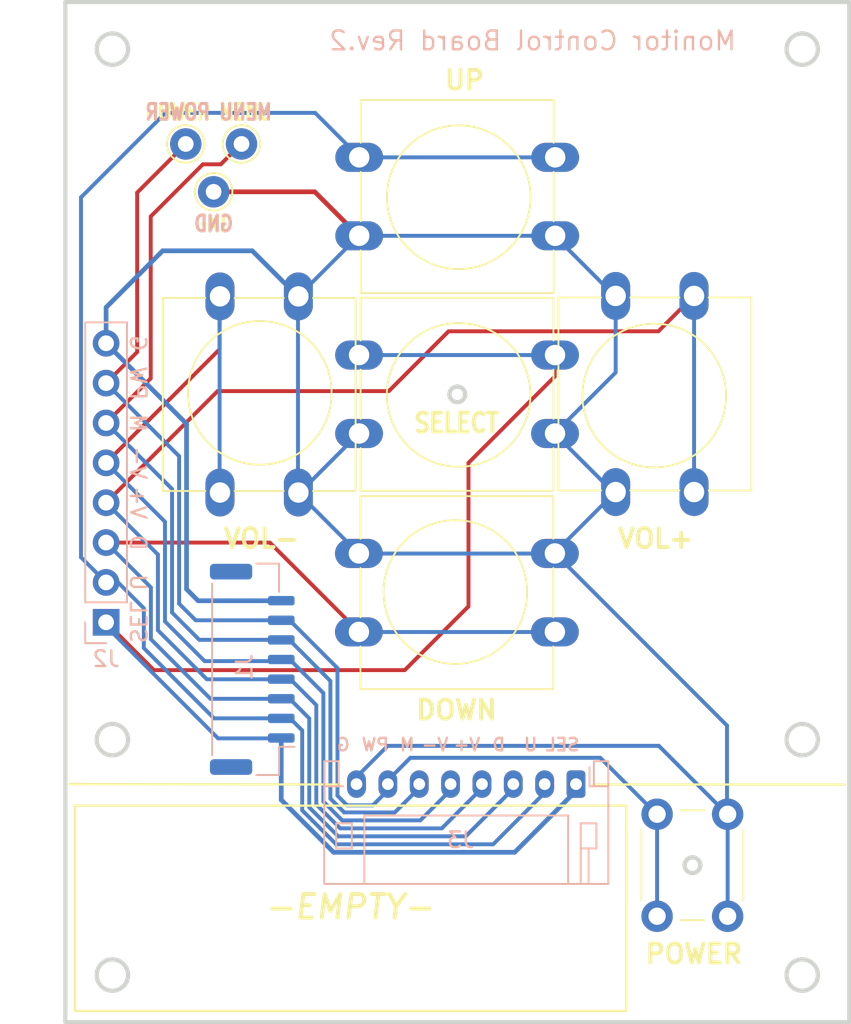
<source format=kicad_pcb>
(kicad_pcb (version 20211014) (generator pcbnew)
  (layers (0 "F.Cu" signal) (31 "B.Cu" signal) (34 "B.Paste" user) (35 "F.Paste" user) (36 "B.SilkS" user "B.Silkscreen") (37 "F.SilkS" user "F.Silkscreen") (38 "B.Mask" user) (39 "F.Mask" user) (44 "Edge.Cuts" user))
  (net 0 "")
  (net 1 "/SELECT")
  (net 2 "/UP")
  (net 3 "/VOL_P")
  (net 4 "/DOWN")
  (net 5 "/VOL_M")
  (net 6 "/POWER")
  (net 7 "GND")
  (net 8 "/MENU")
  (footprint "Button_Switch_THT:SW_PUSH-12mm" (layer "F.Cu") (at 138.582 89.014 90)
    (fp_text reference "SW1" hide)
    (fp_text value "SW_Push")
  )
  (footprint "Button_Switch_THT:SW_PUSH_6mm" (layer "F.Cu") (at 166.462 116.014 90)
    (fp_text reference "SW6" hide)
    (fp_text value "SW_Push")
  )
  (footprint "TestPoint:TestPoint_THTPad_D2.0mm_Drill1.0mm" (layer "F.Cu") (at 139.954 66.802)
    (fp_text reference "TP1" hide)
    (fp_text value "TestPoint")
  )
  (footprint "Button_Switch_THT:SW_PUSH-12mm" (layer "F.Cu") (at 168.8192 76.484 -90)
    (fp_text reference "SW5" hide)
    (fp_text value "SW_Push")
  )
  (footprint "TestPoint:TestPoint_THTPad_D2.0mm_Drill1.0mm" (layer "F.Cu") (at 136.398 66.802)
    (fp_text reference "TP3" hide)
    (fp_text value "TestPoint")
  )
  (footprint "TestPoint:TestPoint_THTPad_D2.0mm_Drill1.0mm" (layer "F.Cu") (at 138.176 69.85)
    (fp_text reference "TP2" hide)
    (fp_text value "TestPoint")
  )
  (footprint "Button_Switch_THT:SW_PUSH-12mm" (layer "F.Cu") (at 159.942 97.894 180)
    (fp_text reference "SW4" hide)
    (fp_text value "SW_Push")
  )
  (footprint "Button_Switch_THT:SW_PUSH-12mm" (layer "F.Cu") (at 147.462 67.6548)
    (fp_text reference "SW2" hide)
    (fp_text value "SW_Push")
  )
  (footprint "Button_Switch_THT:SW_PUSH-12mm" (layer "F.Cu") (at 147.452 80.2532)
    (fp_text reference "SW3" hide)
    (fp_text value "SW_Push")
  )
  (footprint "Connector_PinHeader_2.54mm:PinHeader_1x08_P2.54mm_Vertical" (layer "B.Cu") (at 131.318 97.282)
    (fp_text reference "J2")
    (fp_text value "Conn_01x08_Male")
  )
  (footprint "Connector_JST:JST_PH_S8B-PH-K_1x08_P2.00mm_Horizontal" (layer "B.Cu") (at 161.29 107.5944 180)
    (fp_text reference "J3")
    (fp_text value "Conn_01x08_Male")
  )
  (footprint "Connector_JST:JST_GH_SM08B-GHS-TB_1x08-1MP_P1.25mm_Horizontal" (layer "B.Cu") (at 140.6398 100.2792 90)
    (fp_text reference "J1")
    (fp_text value "Conn_01x08_Male")
  )
  (gr_rect (start 129.3368 108.966) (end 164.4904 122.047) (layer "F.SilkS") (width 0.15) (fill none))
  (gr_line (start 128.9558 107.5944) (end 146.2278 107.6198) (layer "F.SilkS") (width 0.15))
  (gr_line (start 162.3822 107.6198) (end 178.435 107.6198) (layer "F.SilkS") (width 0.15))
  (gr_line (start 175.821044 120.754888) (end 175.871073 120.748533) (layer "Edge.Cuts") (width 0.264582))
  (gr_line (start 175.046627 60.020657) (end 175.0119 60.05375) (layer "Edge.Cuts") (width 0.264582))
  (gr_line (start 132.707246 60.912775) (end 132.713625 60.862749) (layer "Edge.Cuts") (width 0.264582))
  (gr_line (start 132.49031 60.124726) (end 132.458879 60.088461) (layer "Edge.Cuts") (width 0.264582))
  (gr_line (start 132.718835 119.760536) (end 132.717509 119.709094) (layer "Edge.Cuts") (width 0.264582))
  (gr_line (start 174.889788 104.201665) (end 174.863772 104.242218) (layer "Edge.Cuts") (width 0.264582))
  (gr_line (start 168.318252 112.461503) (end 168.30431 112.481096) (layer "Edge.Cuts") (width 0.264582))
  (gr_line (start 176.620072 119.327172) (end 176.597981 119.284074) (layer "Edge.Cuts") (width 0.264582))
  (gr_line (start 131.770277 105.758747) (end 131.821045 105.754888) (layer "Edge.Cuts") (width 0.264582))
  (gr_line (start 176.54788 61.319413) (end 176.573896 61.27886) (layer "Edge.Cuts") (width 0.264582))
  (gr_line (start 176.658024 60.416844) (end 176.640108 60.371453) (layer "Edge.Cuts") (width 0.264582))
  (gr_line (start 174.947359 60.124726) (end 174.917671 60.162483) (layer "Edge.Cuts") (width 0.264582))
  (gr_line (start 130.917671 61.358599) (end 130.94736 61.396356) (layer "Edge.Cuts") (width 0.264582))
  (gr_line (start 168.957094 113.199978) (end 168.978028 113.187945) (layer "Edge.Cuts") (width 0.264582))
  (gr_line (start 153.978028 83.187953) (end 153.998311 83.174955) (layer "Edge.Cuts") (width 0.264582))
  (gr_line (start 176.640108 119.371447) (end 176.620072 119.327172) (layer "Edge.Cuts") (width 0.264582))
  (gr_line (start 169.218834 112.760532) (end 169.218171 112.734811) (layer "Edge.Cuts") (width 0.264582))
  (gr_line (start 132.237224 120.615363) (end 132.277789 120.589367) (layer "Edge.Cuts") (width 0.264582))
  (gr_line (start 176.54788 105.319407) (end 176.573896 105.278854) (layer "Edge.Cuts") (width 0.264582))
  (gr_line (start 168.52427 112.300044) (end 168.502128 112.310051) (layer "Edge.Cuts") (width 0.264582))
  (gr_line (start 132.152247 103.859573) (end 132.107962 103.839559) (layer "Edge.Cuts") (width 0.264582))
  (gr_line (start 174.724043 119.862743) (end 174.730423 119.912769) (layer "Edge.Cuts") (width 0.264582))
  (gr_line (start 176.237222 105.615363) (end 176.277788 105.589367) (layer "Edge.Cuts") (width 0.264582))
  (gr_line (start 168.867472 113.237823) (end 168.890697 113.229967) (layer "Edge.Cuts") (width 0.264582))
  (gr_line (start 176.597981 61.237003) (end 176.620072 61.193906) (layer "Edge.Cuts") (width 0.264582))
  (gr_line (start 132.597982 119.284074) (end 132.573897 119.242218) (layer "Edge.Cuts") (width 0.264582))
  (gr_line (start 131.616625 59.766189) (end 131.566595 59.772544) (layer "Edge.Cuts") (width 0.264582))
  (gr_line (start 176.06256 105.699406) (end 176.10796 105.681512) (layer "Edge.Cuts") (width 0.264582))
  (gr_line (start 153.348812 83.096579) (end 153.365367 83.113935) (layer "Edge.Cuts") (width 0.264582))
  (gr_line (start 130.917671 60.162483) (end 130.889788 60.20167) (layer "Edge.Cuts") (width 0.264582))
  (gr_line (start 168.890697 113.229967) (end 168.913397 113.22102) (layer "Edge.Cuts") (width 0.264582))
  (gr_line (start 176.490308 105.39635) (end 176.519997 105.358593) (layer "Edge.Cuts") (width 0.264582))
  (gr_line (start 132.547882 119.201665) (end 132.519998 119.162478) (layer "Edge.Cuts") (width 0.264582))
  (gr_line (start 174.947359 105.39635) (end 174.97879 105.432616) (layer "Edge.Cuts") (width 0.264582))
  (gr_line (start 132.717509 119.709094) (end 132.713625 119.658328) (layer "Edge.Cuts") (width 0.264582))
  (gr_line (start 175.375107 61.699412) (end 175.421559 61.715124) (layer "Edge.Cuts") (width 0.264582))
  (gr_line (start 174.763909 61.057795) (end 174.779643 61.104239) (layer "Edge.Cuts") (width 0.264582))
  (gr_line (start 174.917671 104.162478) (end 174.889788 104.201665) (layer "Edge.Cuts") (width 0.264582))
  (gr_line (start 132.425769 60.05375) (end 132.391042 60.020657) (layer "Edge.Cuts") (width 0.264582))
  (gr_line (start 176.277788 103.931704) (end 176.237222 103.905708) (layer "Edge.Cuts") (width 0.264582))
  (gr_line (start 131.96867 105.728585) (end 132.01611 105.715118) (layer "Edge.Cuts") (width 0.264582))
  (gr_line (start 131.667392 103.762324) (end 131.616625 103.766183) (layer "Edge.Cuts") (width 0.264582))
  (gr_line (start 176.237222 59.905714) (end 176.195354 59.881649) (layer "Edge.Cuts") (width 0.264582))
  (gr_line (start 153.258197 82.955083) (end 153.268215 82.977221) (layer "Edge.Cuts") (width 0.264582))
  (gr_line (start 169.218834 112.760532) (end 169.218834 112.760532) (layer "Edge.Cuts") (width 0.264582))
  (gr_line (start 131.667392 105.758747) (end 131.718835 105.760047) (layer "Edge.Cuts") (width 0.264582))
  (gr_line (start 153.890697 83.229975) (end 153.913397 83.221027) (layer "Edge.Cuts") (width 0.264582))
  (gr_line (start 175.468999 103.792486) (end 175.421559 103.805953) (layer "Edge.Cuts") (width 0.264582))
  (gr_line (start 169.18843 112.93238) (end 169.196297 112.909158) (layer "Edge.Cuts") (width 0.264582))
  (gr_line (start 176.152246 120.661498) (end 176.195354 120.639427) (layer "Edge.Cuts") (width 0.264582))
  (gr_line (start 132.620074 120.193899) (end 132.640109 120.149624) (layer "Edge.Cuts") (width 0.264582))
  (gr_line (start 175.517365 61.73975) (end 175.566594 61.748538) (layer "Edge.Cuts") (width 0.264582))
  (gr_line (start 153.249239 82.932388) (end 153.258197 82.955083) (layer "Edge.Cuts") (width 0.264582))
  (gr_line (start 169.203042 112.635622) (end 169.196297 112.611905) (layer "Edge.Cuts") (width 0.264582))
  (gr_line (start 175.242314 61.639433) (end 175.285422 61.661504) (layer "Edge.Cuts") (width 0.264582))
  (gr_line (start 131.821045 118.766183) (end 131.770277 118.762324) (layer "Edge.Cuts") (width 0.264582))
  (gr_line (start 168.249238 112.588683) (end 168.241371 112.611905) (layer "Edge.Cuts") (width 0.264582))
  (gr_line (start 169.104572 112.442624) (end 169.088856 112.424492) (layer "Edge.Cuts") (width 0.264582))
  (gr_line (start 132.597982 60.284079) (end 132.573897 60.242223) (layer "Edge.Cuts") (width 0.264582))
  (gr_line (start 176.425767 61.467333) (end 176.458877 61.432622) (layer "Edge.Cuts") (width 0.264582))
  (gr_line (start 153.819568 83.250144) (end 153.843751 83.244564) (layer "Edge.Cuts") (width 0.264582))
  (gr_line (start 175.667392 118.762324) (end 175.616624 118.766183) (layer "Edge.Cuts") (width 0.264582))
  (gr_line (start 174.718834 60.760541) (end 174.720159 60.811983) (layer "Edge.Cuts") (width 0.264582))
  (gr_line (start 174.750419 120.010355) (end 174.763909 120.057789) (layer "Edge.Cuts") (width 0.264582))
  (gr_line (start 169.158408 112.998762) (end 169.169454 112.977214) (layer "Edge.Cuts") (width 0.264582))
  (gr_line (start 131.285422 118.859573) (end 131.242314 118.881644) (layer "Edge.Cuts") (width 0.264582))
  (gr_line (start 174.739236 60.559082) (end 174.730423 60.608307) (layer "Edge.Cuts") (width 0.264582))
  (gr_line (start 131.718835 118.761024) (end 131.667392 118.762324) (layer "Edge.Cuts") (width 0.264582))
  (gr_line (start 131.718835 61.760053) (end 131.718835 61.760053) (layer "Edge.Cuts") (width 0.264582))
  (gr_line (start 175.566594 105.748533) (end 175.616624 105.754888) (layer "Edge.Cuts") (width 0.264582))
  (gr_line (start 132.391042 119.020651) (end 132.354761 118.989238) (layer "Edge.Cuts") (width 0.264582))
  (gr_line (start 131.046627 119.020651) (end 131.011901 119.053745) (layer "Edge.Cuts") (width 0.264582))
  (gr_line (start 153.913397 83.221027) (end 153.93554 83.211021) (layer "Edge.Cuts") (width 0.264582))
  (gr_line (start 131.046627 61.500426) (end 131.082908 61.531839) (layer "Edge.Cuts") (width 0.264582))
  (gr_line (start 168.667729 113.257708) (end 168.693113 113.259637) (layer "Edge.Cuts") (width 0.264582))
  (gr_line (start 153.229035 82.861269) (end 153.234626 82.885449) (layer "Edge.Cuts") (width 0.264582))
  (gr_line (start 176.519997 120.358593) (end 176.54788 120.319407) (layer "Edge.Cuts") (width 0.264582))
  (gr_line (start 168.27926 112.522301) (end 168.268214 112.54385) (layer "Edge.Cuts") (width 0.264582))
  (gr_line (start 174.739236 104.961995) (end 174.750419 105.010355) (layer "Edge.Cuts") (width 0.264582))
  (gr_line (start 132.718835 119.760536) (end 132.718835 119.760536) (layer "Edge.Cuts") (width 0.264582))
  (gr_line (start 130.94736 104.124721) (end 130.917671 104.162478) (layer "Edge.Cuts") (width 0.264582))
  (gr_line (start 130.779644 105.104233) (end 130.79756 105.149624) (layer "Edge.Cuts") (width 0.264582))
  (gr_line (start 132.107962 61.681518) (end 132.152247 61.661504) (layer "Edge.Cuts") (width 0.264582))
  (gr_line (start 132.277789 103.931704) (end 132.237224 103.905708) (layer "Edge.Cuts") (width 0.264582))
  (gr_line (start 153.439357 83.174955) (end 153.45964 83.187953) (layer "Edge.Cuts") (width 0.264582))
  (gr_line (start 176.316988 105.561503) (end 176.35476 105.531833) (layer "Edge.Cuts") (width 0.264582))
  (gr_line (start 176.718834 104.760536) (end 176.718834 104.760536) (layer "Edge.Cuts") (width 0.264582))
  (gr_line (start 178.718838 57.76014) (end 178.718838 122.76033) (layer "Edge.Cuts") (width 0.264582))
  (gr_line (start 132.68725 105.010355) (end 132.698433 104.961995) (layer "Edge.Cuts") (width 0.264582))
  (gr_line (start 175.285422 61.661504) (end 175.329707 61.681518) (layer "Edge.Cuts") (width 0.264582))
  (gr_line (start 153.229035 82.65981) (end 153.224629 82.684422) (layer "Edge.Cuts") (width 0.264582))
  (gr_line (start 130.72016 119.709094) (end 130.718835 119.760536) (layer "Edge.Cuts") (width 0.264582))
  (gr_line (start 153.219497 82.734819) (end 153.218834 82.760539) (layer "Edge.Cuts") (width 0.264582))
  (gr_line (start 131.566595 120.748533) (end 131.616625 120.754888) (layer "Edge.Cuts") (width 0.264582))
  (gr_line (start 153.718834 83.260295) (end 153.718834 83.260295) (layer "Edge.Cuts") (width 0.264582))
  (gr_line (start 131.517366 120.739744) (end 131.566595 120.748533) (layer "Edge.Cuts") (width 0.264582))
  (gr_line (start 130.724044 119.862743) (end 130.730424 119.912769) (layer "Edge.Cuts") (width 0.264582))
  (gr_line (start 130.94736 61.396356) (end 130.97879 61.432622) (layer "Edge.Cuts") (width 0.264582))
  (gr_line (start 132.658026 61.104239) (end 132.67376 61.057795) (layer "Edge.Cuts") (width 0.264582))
  (gr_line (start 131.011901 61.467333) (end 131.046627 61.500426) (layer "Edge.Cuts") (width 0.264582))
  (gr_line (start 174.724043 104.862743) (end 174.730423 104.912769) (layer "Edge.Cuts") (width 0.264582))
  (gr_line (start 130.779644 60.416844) (end 130.763909 60.463288) (layer "Edge.Cuts") (width 0.264582))
  (gr_line (start 132.062562 59.821671) (end 132.01611 59.805959) (layer "Edge.Cuts") (width 0.264582))
  (gr_line (start 168.224628 112.836649) (end 168.229034 112.861261) (layer "Edge.Cuts") (width 0.264582))
  (gr_line (start 176.673759 120.057789) (end 176.687249 120.010355) (layer "Edge.Cuts") (width 0.264582))
  (gr_line (start 175.616624 59.766189) (end 175.566594 59.772544) (layer "Edge.Cuts") (width 0.264582))
  (gr_line (start 130.724044 119.658328) (end 130.72016 119.709094) (layer "Edge.Cuts") (width 0.264582))
  (gr_line (start 132.237224 105.615363) (end 132.277789 105.589367) (layer "Edge.Cuts") (width 0.264582))
  (gr_line (start 174.730423 119.608302) (end 174.724043 119.658328) (layer "Edge.Cuts") (width 0.264582))
  (gr_line (start 132.67376 104.463282) (end 132.658026 104.416838) (layer "Edge.Cuts") (width 0.264582))
  (gr_line (start 176.718834 119.760536) (end 176.717508 119.709094) (layer "Edge.Cuts") (width 0.264582))
  (gr_line (start 132.195355 118.881644) (end 132.152247 118.859573) (layer "Edge.Cuts") (width 0.264582))
  (gr_line (start 175.517365 103.781327) (end 175.468999 103.792486) (layer "Edge.Cuts") (width 0.264582))
  (gr_line (start 130.779644 120.104233) (end 130.79756 120.149624) (layer "Edge.Cuts") (width 0.264582))
  (gr_line (start 131.046627 120.50042) (end 131.082908 120.531833) (layer "Edge.Cuts") (width 0.264582))
  (gr_line (start 132.49031 105.39635) (end 132.519998 105.358593) (layer "Edge.Cuts") (width 0.264582))
  (gr_line (start 168.40087 113.14618) (end 168.419756 113.161015) (layer "Edge.Cuts") (width 0.264582))
  (gr_line (start 130.863772 120.278854) (end 130.889788 120.319407) (layer "Edge.Cuts") (width 0.264582))
  (gr_line (start 131.375108 105.699406) (end 131.421559 105.715118) (layer "Edge.Cuts") (width 0.264582))
  (gr_line (start 174.718834 119.760536) (end 174.720159 119.811977) (layer "Edge.Cuts") (width 0.264582))
  (gr_line (start 176.016109 120.715118) (end 176.06256 120.699406) (layer "Edge.Cuts") (width 0.264582))
  (gr_line (start 176.620072 60.327177) (end 176.597981 60.284079) (layer "Edge.Cuts") (width 0.264582))
  (gr_line (start 154.18843 82.932388) (end 154.196297 82.909166) (layer "Edge.Cuts") (width 0.264582))
  (gr_line (start 153.241371 82.909166) (end 153.249239 82.932388) (layer "Edge.Cuts") (width 0.264582))
  (gr_line (start 168.365366 113.113927) (end 168.38273 113.130474) (layer "Edge.Cuts") (width 0.264582))
  (gr_line (start 130.750419 104.510716) (end 130.739237 104.559077) (layer "Edge.Cuts") (width 0.264582))
  (gr_line (start 169.21304 112.684415) (end 169.208633 112.659802) (layer "Edge.Cuts") (width 0.264582))
  (gr_line (start 174.839687 60.284079) (end 174.817595 60.327177) (layer "Edge.Cuts") (width 0.264582))
  (gr_line (start 131.285422 105.661498) (end 131.329708 105.681512) (layer "Edge.Cuts") (width 0.264582))
  (gr_line (start 132.354761 61.531839) (end 132.391042 61.500426) (layer "Edge.Cuts") (width 0.264582))
  (gr_line (start 154.218171 82.78626) (end 154.218834 82.760539) (layer "Edge.Cuts") (width 0.264582))
  (gr_line (start 176.06256 118.821665) (end 176.016109 118.805953) (layer "Edge.Cuts") (width 0.264582))
  (gr_line (start 176.573896 105.278854) (end 176.597981 105.236997) (layer "Edge.Cuts") (width 0.264582))
  (gr_line (start 131.285422 103.859573) (end 131.242314 103.881644) (layer "Edge.Cuts") (width 0.264582))
  (gr_line (start 175.770276 61.758753) (end 175.821044 61.754893) (layer "Edge.Cuts") (width 0.264582))
  (gr_line (start 174.739236 119.961995) (end 174.750419 120.010355) (layer "Edge.Cuts") (width 0.264582))
  (gr_line (start 153.957094 83.199985) (end 153.978028 83.187953) (layer "Edge.Cuts") (width 0.264582))
  (gr_line (start 175.329707 59.839565) (end 175.285422 59.859579) (layer "Edge.Cuts") (width 0.264582))
  (gr_line (start 130.779644 61.104239) (end 130.79756 61.14963) (layer "Edge.Cuts") (width 0.264582))
  (gr_line (start 130.817596 61.193906) (end 130.839687 61.237003) (layer "Edge.Cuts") (width 0.264582))
  (gr_line (start 168.459639 113.187945) (end 168.480573 113.199978) (layer "Edge.Cuts") (width 0.264582))
  (gr_line (start 176.687249 104.510716) (end 176.673759 104.463282) (layer "Edge.Cuts") (width 0.264582))
  (gr_line (start 175.566594 61.748538) (end 175.616624 61.754893) (layer "Edge.Cuts") (width 0.264582))
  (gr_line (start 174.839687 104.284074) (end 174.817595 104.327172) (layer "Edge.Cuts") (width 0.264582))
  (gr_line (start 131.770277 103.762324) (end 131.718835 103.761024) (layer "Edge.Cuts") (width 0.264582))
  (gr_line (start 131.616625 103.766183) (end 131.566595 103.772539) (layer "Edge.Cuts") (width 0.264582))
  (gr_line (start 168.348811 113.096572) (end 168.365366 113.113927) (layer "Edge.Cuts") (width 0.264582))
  (gr_line (start 132.01611 59.805959) (end 131.96867 59.792492) (layer "Edge.Cuts") (width 0.264582))
  (gr_line (start 131.15988 61.589373) (end 131.200446 61.615369) (layer "Edge.Cuts") (width 0.264582))
  (gr_line (start 130.79756 60.371453) (end 130.779644 60.416844) (layer "Edge.Cuts") (width 0.264582))
  (gr_line (start 168.258196 112.565988) (end 168.249238 112.588683) (layer "Edge.Cuts") (width 0.264582))
  (gr_line (start 176.687249 60.510721) (end 176.673759 60.463288) (layer "Edge.Cuts") (width 0.264582))
  (gr_line (start 132.718835 119.760536) (end 132.718835 119.760536) (layer "Edge.Cuts") (width 0.264582))
  (gr_line (start 153.224629 82.684422) (end 153.221439 82.709436) (layer "Edge.Cuts") (width 0.264582))
  (gr_line (start 176.490308 119.124721) (end 176.458877 119.088455) (layer "Edge.Cuts") (width 0.264582))
  (gr_line (start 176.597981 120.236997) (end 176.620072 120.193899) (layer "Edge.Cuts") (width 0.264582))
  (gr_line (start 132.597982 120.236997) (end 132.620074 120.193899) (layer "Edge.Cuts") (width 0.264582))
  (gr_line (start 132.01611 120.715118) (end 132.062562 120.699406) (layer "Edge.Cuts") (width 0.264582))
  (gr_line (start 153.913397 82.300051) (end 153.890697 82.291104) (layer "Edge.Cuts") (width 0.264582))
  (gr_line (start 168.744555 112.261426) (end 168.718834 112.260776) (layer "Edge.Cuts") (width 0.264582))
  (gr_line (start 168.439356 112.346116) (end 168.419756 112.360048) (layer "Edge.Cuts") (width 0.264582))
  (gr_line (start 175.968669 103.792486) (end 175.920303 103.781327) (layer "Edge.Cuts") (width 0.264582))
  (gr_line (start 153.304311 82.481104) (end 153.291303 82.50138) (layer "Edge.Cuts") (width 0.264582))
  (gr_line (start 168.570196 112.283241) (end 168.54697 112.291097) (layer "Edge.Cuts") (width 0.264582))
  (gr_line (start 176.316988 103.959568) (end 176.277788 103.931704) (layer "Edge.Cuts") (width 0.264582))
  (gr_line (start 130.739237 60.962001) (end 130.750419 61.010361) (layer "Edge.Cuts") (width 0.264582))
  (gr_line (start 154.133358 82.481104) (end 154.119416 82.461511) (layer "Edge.Cuts") (width 0.264582))
  (gr_line (start 176.717508 60.811983) (end 176.718834 60.760541) (layer "Edge.Cuts") (width 0.264582))
  (gr_line (start 176.195354 105.639427) (end 176.237222 105.615363) (layer "Edge.Cuts") (width 0.264582))
  (gr_line (start 132.237224 103.905708) (end 132.195355 103.881644) (layer "Edge.Cuts") (width 0.264582))
  (gr_line (start 175.242314 59.881649) (end 175.200445 59.905714) (layer "Edge.Cuts") (width 0.264582))
  (gr_line (start 132.620074 61.193906) (end 132.640109 61.14963) (layer "Edge.Cuts") (width 0.264582))
  (gr_line (start 176.277788 61.589373) (end 176.316988 61.561509) (layer "Edge.Cuts") (width 0.264582))
  (gr_line (start 176.519997 60.162483) (end 176.490308 60.124726) (layer "Edge.Cuts") (width 0.264582))
  (gr_line (start 154.169454 82.543857) (end 154.158408 82.522309) (layer "Edge.Cuts") (width 0.264582))
  (gr_line (start 130.79756 105.149624) (end 130.817596 105.193899) (layer "Edge.Cuts") (width 0.264582))
  (gr_line (start 130.817596 60.327177) (end 130.79756 60.371453) (layer "Edge.Cuts") (width 0.264582))
  (gr_line (start 153.480574 82.321093) (end 153.45964 82.333126) (layer "Edge.Cuts") (width 0.264582))
  (gr_line (start 154.169454 82.977221) (end 154.179472 82.955083) (layer "Edge.Cuts") (width 0.264582))
  (gr_line (start 131.15988 103.931704) (end 131.12068 103.959568) (layer "Edge.Cuts") (width 0.264582))
  (gr_line (start 131.082908 103.989238) (end 131.046627 104.020651) (layer "Edge.Cuts") (width 0.264582))
  (gr_line (start 130.94736 105.39635) (end 130.97879 105.432616) (layer "Edge.Cuts") (width 0.264582))
  (gr_line (start 176.713624 104.658328) (end 176.707244 104.608302) (layer "Edge.Cuts") (width 0.264582))
  (gr_line (start 175.329707 105.681512) (end 175.375107 105.699406) (layer "Edge.Cuts") (width 0.264582))
  (gr_line (start 169.21304 112.836649) (end 169.216229 112.811635) (layer "Edge.Cuts") (width 0.264582))
  (gr_line (start 153.348812 82.424499) (end 153.333097 82.442632) (layer "Edge.Cuts") (width 0.264582))
  (gr_line (start 130.750419 61.010361) (end 130.763909 61.057795) (layer "Edge.Cuts") (width 0.264582))
  (gr_line (start 176.687249 119.510716) (end 176.673759 119.463282) (layer "Edge.Cuts") (width 0.264582))
  (gr_line (start 175.871073 120.748533) (end 175.920303 120.739744) (layer "Edge.Cuts") (width 0.264582))
  (gr_line (start 175.12068 61.561509) (end 175.15988 61.589373) (layer "Edge.Cuts") (width 0.264582))
  (gr_line (start 131.082908 120.531833) (end 131.12068 120.561503) (layer "Edge.Cuts") (width 0.264582))
  (gr_line (start 175.667392 59.76233) (end 175.616624 59.766189) (layer "Edge.Cuts") (width 0.264582))
  (gr_line (start 176.519997 105.358593) (end 176.54788 105.319407) (layer "Edge.Cuts") (width 0.264582))
  (gr_line (start 130.863772 105.278854) (end 130.889788 105.319407) (layer "Edge.Cuts") (width 0.264582))
  (gr_line (start 174.817595 60.327177) (end 174.79756 60.371453) (layer "Edge.Cuts") (width 0.264582))
  (gr_line (start 176.277788 120.589367) (end 176.316988 120.561503) (layer "Edge.Cuts") (width 0.264582))
  (gr_line (start 175.468999 120.728585) (end 175.517365 120.739744) (layer "Edge.Cuts") (width 0.264582))
  (gr_line (start 131.667392 118.762324) (end 131.616625 118.766183) (layer "Edge.Cuts") (width 0.264582))
  (gr_line (start 176.152246 103.859573) (end 176.10796 103.839559) (layer "Edge.Cuts") (width 0.264582))
  (gr_line (start 174.947359 119.124721) (end 174.917671 119.162478) (layer "Edge.Cuts") (width 0.264582))
  (gr_line (start 169.104572 113.078439) (end 169.119416 113.05956) (layer "Edge.Cuts") (width 0.264582))
  (gr_line (start 168.744555 113.259637) (end 168.769939 113.257708) (layer "Edge.Cuts") (width 0.264582))
  (gr_line (start 174.763909 60.463288) (end 174.750419 60.510721) (layer "Edge.Cuts") (width 0.264582))
  (gr_line (start 176.687249 61.010361) (end 176.698432 60.962001) (layer "Edge.Cuts") (width 0.264582))
  (gr_line (start 176.718834 119.760536) (end 176.718834 119.760536) (layer "Edge.Cuts") (width 0.264582))
  (gr_line (start 169.216229 112.709428) (end 169.21304 112.684415) (layer "Edge.Cuts") (width 0.264582))
  (gr_line (start 175.667392 120.758747) (end 175.718834 120.760047) (layer "Edge.Cuts") (width 0.264582))
  (gr_line (start 154.088856 83.096579) (end 154.104572 83.078447) (layer "Edge.Cuts") (width 0.264582))
  (gr_line (start 130.79756 104.371447) (end 130.779644 104.416838) (layer "Edge.Cuts") (width 0.264582))
  (gr_line (start 132.391042 120.50042) (end 132.425769 120.467326) (layer "Edge.Cuts") (width 0.264582))
  (gr_line (start 153.769939 82.263363) (end 153.744555 82.261434) (layer "Edge.Cuts") (width 0.264582))
  (gr_line (start 130.763909 120.057789) (end 130.779644 120.104233) (layer "Edge.Cuts") (width 0.264582))
  (gr_line (start 168.913397 112.300044) (end 168.890697 112.291097) (layer "Edge.Cuts") (width 0.264582))
  (gr_line (start 131.12068 103.959568) (end 131.082908 103.989238) (layer "Edge.Cuts") (width 0.264582))
  (gr_line (start 175.242314 118.881644) (end 175.200445 118.905708) (layer "Edge.Cuts") (width 0.264582))
  (gr_line (start 132.062562 120.699406) (end 132.107962 120.681512) (layer "Edge.Cuts") (width 0.264582))
  (gr_line (start 132.620074 104.327172) (end 132.597982 104.284074) (layer "Edge.Cuts") (width 0.264582))
  (gr_line (start 174.724043 104.658328) (end 174.720159 104.709094) (layer "Edge.Cuts") (width 0.264582))
  (gr_line (start 132.68725 60.510721) (end 132.67376 60.463288) (layer "Edge.Cuts") (width 0.264582))
  (gr_line (start 174.817595 120.193899) (end 174.839687 120.236997) (layer "Edge.Cuts") (width 0.264582))
  (gr_line (start 132.237224 61.615369) (end 132.277789 61.589373) (layer "Edge.Cuts") (width 0.264582))
  (gr_line (start 176.673759 61.057795) (end 176.687249 61.010361) (layer "Edge.Cuts") (width 0.264582))
  (gr_line (start 153.718834 82.260783) (end 153.718834 82.260783) (layer "Edge.Cuts") (width 0.264582))
  (gr_line (start 130.724044 60.658334) (end 130.72016 60.7091) (layer "Edge.Cuts") (width 0.264582))
  (gr_line (start 131.375108 120.699406) (end 131.421559 120.715118) (layer "Edge.Cuts") (width 0.264582))
  (gr_line (start 176.35476 103.989238) (end 176.316988 103.959568) (layer "Edge.Cuts") (width 0.264582))
  (gr_line (start 176.458877 61.432622) (end 176.490308 61.396356) (layer "Edge.Cuts") (width 0.264582))
  (gr_line (start 131.15988 59.93171) (end 131.12068 59.959574) (layer "Edge.Cuts") (width 0.264582))
  (gr_line (start 178.718838 122.76033) (end 128.718832 122.76033) (layer "Edge.Cuts") (width 0.264582))
  (gr_line (start 132.107962 118.839559) (end 132.062562 118.821665) (layer "Edge.Cuts") (width 0.264582))
  (gr_line (start 130.863772 60.242223) (end 130.839687 60.284079) (layer "Edge.Cuts") (width 0.264582))
  (gr_line (start 169.088856 112.424492) (end 169.072301 112.407136) (layer "Edge.Cuts") (width 0.264582))
  (gr_line (start 175.329707 61.681518) (end 175.375107 61.699412) (layer "Edge.Cuts") (width 0.264582))
  (gr_line (start 169.203042 112.885442) (end 169.208633 112.861261) (layer "Edge.Cuts") (width 0.264582))
  (gr_line (start 175.200445 59.905714) (end 175.15988 59.93171) (layer "Edge.Cuts") (width 0.264582))
  (gr_line (start 132.717509 60.811983) (end 132.718835 60.760541) (layer "Edge.Cuts") (width 0.264582))
  (gr_line (start 153.570196 82.283248) (end 153.546971 82.291104) (layer "Edge.Cuts") (width 0.264582))
  (gr_line (start 131.421559 103.805953) (end 131.375108 103.821665) (layer "Edge.Cuts") (width 0.264582))
  (gr_line (start 132.107962 103.839559) (end 132.062562 103.821665) (layer "Edge.Cuts") (width 0.264582))
  (gr_line (start 174.720159 104.811977) (end 174.724043 104.862743) (layer "Edge.Cuts") (width 0.264582))
  (gr_line (start 132.31699 59.959574) (end 132.277789 59.93171) (layer "Edge.Cuts") (width 0.264582))
  (gr_line (start 132.573897 61.27886) (end 132.597982 61.237003) (layer "Edge.Cuts") (width 0.264582))
  (gr_line (start 132.31699 103.959568) (end 132.277789 103.931704) (layer "Edge.Cuts") (width 0.264582))
  (gr_line (start 132.620074 119.327172) (end 132.597982 119.284074) (layer "Edge.Cuts") (width 0.264582))
  (gr_line (start 174.79756 120.149624) (end 174.817595 120.193899) (layer "Edge.Cuts") (width 0.264582))
  (gr_line (start 169.017911 112.360048) (end 168.998311 112.346116) (layer "Edge.Cuts") (width 0.264582))
  (gr_line (start 153.718834 83.260295) (end 153.744555 83.259645) (layer "Edge.Cuts") (width 0.264582))
  (gr_line (start 176.640108 60.371453) (end 176.620072 60.327177) (layer "Edge.Cuts") (width 0.264582))
  (gr_line (start 175.770276 120.758747) (end 175.821044 120.754888) (layer "Edge.Cuts") (width 0.264582))
  (gr_line (start 175.046627 105.50042) (end 175.082908 105.531833) (layer "Edge.Cuts") (width 0.264582))
  (gr_line (start 175.200445 103.905708) (end 175.15988 103.931704) (layer "Edge.Cuts") (width 0.264582))
  (gr_line (start 153.718834 82.260783) (end 153.693113 82.261434) (layer "Edge.Cuts") (width 0.264582))
  (gr_line (start 132.698433 60.962001) (end 132.707246 60.912775) (layer "Edge.Cuts") (width 0.264582))
  (gr_line (start 175.285422 118.859573) (end 175.242314 118.881644) (layer "Edge.Cuts") (width 0.264582))
  (gr_line (start 168.333096 113.078439) (end 168.348811 113.096572) (layer "Edge.Cuts") (width 0.264582))
  (gr_line (start 154.158408 82.522309) (end 154.146366 82.50138) (layer "Edge.Cuts") (width 0.264582))
  (gr_line (start 154.216229 82.811643) (end 154.218171 82.78626) (layer "Edge.Cuts") (width 0.264582))
  (gr_line (start 130.97879 61.432622) (end 131.011901 61.467333) (layer "Edge.Cuts") (width 0.264582))
  (gr_line (start 131.718835 105.760047) (end 131.718835 105.760047) (layer "Edge.Cuts") (width 0.264582))
  (gr_line (start 132.713625 104.658328) (end 132.707246 104.608302) (layer "Edge.Cuts") (width 0.264582))
  (gr_line (start 176.195354 103.881644) (end 176.152246 103.859573) (layer "Edge.Cuts") (width 0.264582))
  (gr_line (start 153.221439 82.709436) (end 153.219497 82.734819) (layer "Edge.Cuts") (width 0.264582))
  (gr_line (start 132.67376 60.463288) (end 132.658026 60.416844) (layer "Edge.Cuts") (width 0.264582))
  (gr_line (start 153.998311 83.174955) (end 154.017911 83.161023) (layer "Edge.Cuts") (width 0.264582))
  (gr_line (start 131.718835 103.761024) (end 131.718835 103.761024) (layer "Edge.Cuts") (width 0.264582))
  (gr_line (start 176.490308 61.396356) (end 176.519997 61.358599) (layer "Edge.Cuts") (width 0.264582))
  (gr_line (start 176.519997 119.162478) (end 176.490308 119.124721) (layer "Edge.Cuts") (width 0.264582))
  (gr_line (start 169.158408 112.522301) (end 169.146366 112.501373) (layer "Edge.Cuts") (width 0.264582))
  (gr_line (start 132.68725 119.510716) (end 132.67376 119.463282) (layer "Edge.Cuts") (width 0.264582))
  (gr_line (start 130.724044 104.658328) (end 130.72016 104.709094) (layer "Edge.Cuts") (width 0.264582))
  (gr_line (start 169.017911 113.161015) (end 169.036797 113.14618) (layer "Edge.Cuts") (width 0.264582))
  (gr_line (start 154.179472 82.565995) (end 154.169454 82.543857) (layer "Edge.Cuts") (width 0.264582))
  (gr_line (start 176.35476 120.531833) (end 176.39104 120.50042) (layer "Edge.Cuts") (width 0.264582))
  (gr_line (start 175.871073 118.772539) (end 175.821044 118.766183) (layer "Edge.Cuts") (width 0.264582))
  (gr_line (start 176.640108 61.14963) (end 176.658024 61.104239) (layer "Edge.Cuts") (width 0.264582))
  (gr_line (start 132.67376 119.463282) (end 132.658026 119.416838) (layer "Edge.Cuts") (width 0.264582))
  (gr_line (start 131.920304 103.781327) (end 131.871075 103.772539) (layer "Edge.Cuts") (width 0.264582))
  (gr_line (start 175.375107 103.821665) (end 175.329707 103.839559) (layer "Edge.Cuts") (width 0.264582))
  (gr_line (start 176.698432 60.559082) (end 176.687249 60.510721) (layer "Edge.Cuts") (width 0.264582))
  (gr_line (start 130.750419 105.010355) (end 130.763909 105.057789) (layer "Edge.Cuts") (width 0.264582))
  (gr_line (start 132.01611 118.805953) (end 131.96867 118.792486) (layer "Edge.Cuts") (width 0.264582))
  (gr_line (start 131.566595 105.748533) (end 131.616625 105.754888) (layer "Edge.Cuts") (width 0.264582))
  (gr_line (start 130.79756 119.371447) (end 130.779644 119.416838) (layer "Edge.Cuts") (width 0.264582))
  (gr_line (start 154.119416 83.059568) (end 154.133358 83.039975) (layer "Edge.Cuts") (width 0.264582))
  (gr_line (start 168.318252 113.05956) (end 168.333096 113.078439) (layer "Edge.Cuts") (width 0.264582))
  (gr_line (start 153.502128 82.310058) (end 153.480574 82.321093) (layer "Edge.Cuts") (width 0.264582))
  (gr_line (start 132.01611 105.715118) (end 132.062562 105.699406) (layer "Edge.Cuts") (width 0.264582))
  (gr_line (start 154.017911 83.161023) (end 154.036797 83.146188) (layer "Edge.Cuts") (width 0.264582))
  (gr_line (start 174.97879 105.432616) (end 175.0119 105.467326) (layer "Edge.Cuts") (width 0.264582))
  (gr_line (start 176.698432 119.559077) (end 176.687249 119.510716) (layer "Edge.Cuts") (width 0.264582))
  (gr_line (start 154.196297 82.909166) (end 154.203042 82.885449) (layer "Edge.Cuts") (width 0.264582))
  (gr_line (start 132.713625 119.658328) (end 132.707246 119.608302) (layer "Edge.Cuts") (width 0.264582))
  (gr_line (start 154.146366 82.50138) (end 154.133358 82.481104) (layer "Edge.Cuts") (width 0.264582))
  (gr_line (start 176.658024 105.104233) (end 176.673759 105.057789) (layer "Edge.Cuts") (width 0.264582))
  (gr_line (start 169.218834 112.760532) (end 169.218834 112.760532) (layer "Edge.Cuts") (width 0.264582))
  (gr_line (start 169.133358 113.039967) (end 169.146366 113.019691) (layer "Edge.Cuts") (width 0.264582))
  (gr_line (start 175.821044 118.766183) (end 175.770276 118.762324) (layer "Edge.Cuts") (width 0.264582))
  (gr_line (start 175.616624 118.766183) (end 175.566594 118.772539) (layer "Edge.Cuts") (width 0.264582))
  (gr_line (start 176.713624 104.862743) (end 176.717508 104.811977) (layer "Edge.Cuts") (width 0.264582))
  (gr_line (start 153.27926 82.522309) (end 153.268215 82.543857) (layer "Edge.Cuts") (width 0.264582))
  (gr_line (start 131.920304 61.73975) (end 131.96867 61.728591) (layer "Edge.Cuts") (width 0.264582))
  (gr_line (start 169.208633 112.659802) (end 169.203042 112.635622) (layer "Edge.Cuts") (width 0.264582))
  (gr_line (start 175.200445 105.615363) (end 175.242314 105.639427) (layer "Edge.Cuts") (width 0.264582))
  (gr_line (start 169.218171 112.734811) (end 169.216229 112.709428) (layer "Edge.Cuts") (width 0.264582))
  (gr_line (start 130.839687 105.236997) (end 130.863772 105.278854) (layer "Edge.Cuts") (width 0.264582))
  (gr_line (start 153.618099 82.270935) (end 153.593916 82.276515) (layer "Edge.Cuts") (width 0.264582))
  (gr_line (start 168.249238 112.93238) (end 168.258196 112.955076) (layer "Edge.Cuts") (width 0.264582))
  (gr_line (start 131.616625 120.754888) (end 131.667392 120.758747) (layer "Edge.Cuts") (width 0.264582))
  (gr_line (start 176.016109 105.715118) (end 176.06256 105.699406) (layer "Edge.Cuts") (width 0.264582))
  (gr_line (start 132.597982 104.284074) (end 132.573897 104.242218) (layer "Edge.Cuts") (width 0.264582))
  (gr_line (start 168.642714 113.25453) (end 168.667729 113.257708) (layer "Edge.Cuts") (width 0.264582))
  (gr_line (start 174.917671 60.162483) (end 174.889788 60.20167) (layer "Edge.Cuts") (width 0.264582))
  (gr_line (start 131.616625 105.754888) (end 131.667392 105.758747) (layer "Edge.Cuts") (width 0.264582))
  (gr_line (start 174.839687 61.237003) (end 174.863772 61.27886) (layer "Edge.Cuts") (width 0.264582))
  (gr_line (start 168.219496 112.734811) (end 168.218834 112.760532) (layer "Edge.Cuts") (width 0.264582))
  (gr_line (start 176.640108 120.149624) (end 176.658024 120.104233) (layer "Edge.Cuts") (width 0.264582))
  (gr_line (start 174.730423 119.912769) (end 174.739236 119.961995) (layer "Edge.Cuts") (width 0.264582))
  (gr_line (start 175.821044 59.766189) (end 175.770276 59.76233) (layer "Edge.Cuts") (width 0.264582))
  (gr_line (start 175.046627 119.020651) (end 175.0119 119.053745) (layer "Edge.Cuts") (width 0.264582))
  (gr_line (start 175.468999 105.728585) (end 175.517365 105.739744) (layer "Edge.Cuts") (width 0.264582))
  (gr_line (start 153.843751 82.276515) (end 153.819568 82.270935) (layer "Edge.Cuts") (width 0.264582))
  (gr_line (start 176.195354 120.639427) (end 176.237222 120.615363) (layer "Edge.Cuts") (width 0.264582))
  (gr_line (start 168.93554 112.310051) (end 168.913397 112.300044) (layer "Edge.Cuts") (width 0.264582))
  (gr_line (start 154.036797 82.374891) (end 154.017911 82.360056) (layer "Edge.Cuts") (width 0.264582))
  (gr_line (start 168.480573 112.321086) (end 168.459639 112.333118) (layer "Edge.Cuts") (width 0.264582))
  (gr_line (start 175.718834 120.760047) (end 175.770276 120.758747) (layer "Edge.Cuts") (width 0.264582))
  (gr_line (start 176.698432 104.961995) (end 176.707244 104.912769) (layer "Edge.Cuts") (width 0.264582))
  (gr_line (start 168.291302 113.019691) (end 168.30431 113.039967) (layer "Edge.Cuts") (width 0.264582))
  (gr_line (start 175.421559 103.805953) (end 175.375107 103.821665) (layer "Edge.Cuts") (width 0.264582))
  (gr_line (start 131.200446 105.615363) (end 131.242314 105.639427) (layer "Edge.Cuts") (width 0.264582))
  (gr_line (start 131.12068 118.959568) (end 131.082908 118.989238) (layer "Edge.Cuts") (width 0.264582))
  (gr_line (start 175.616624 120.754888) (end 175.667392 120.758747) (layer "Edge.Cuts") (width 0.264582))
  (gr_line (start 176.35476 61.531839) (end 176.39104 61.500426) (layer "Edge.Cuts") (width 0.264582))
  (gr_line (start 153.45964 82.333126) (end 153.439357 82.346124) (layer "Edge.Cuts") (width 0.264582))
  (gr_line (start 168.268214 112.977214) (end 168.27926 112.998762) (layer "Edge.Cuts") (width 0.264582))
  (gr_line (start 154.054938 83.130481) (end 154.072301 83.113935) (layer "Edge.Cuts") (width 0.264582))
  (gr_line (start 154.088856 82.424499) (end 154.072301 82.407144) (layer "Edge.Cuts") (width 0.264582))
  (gr_line (start 132.062562 118.821665) (end 132.01611 118.805953) (layer "Edge.Cuts") (width 0.264582))
  (gr_line (start 130.763909 104.463282) (end 130.750419 104.510716) (layer "Edge.Cuts") (width 0.264582))
  (gr_line (start 132.547882 105.319407) (end 132.573897 105.278854) (layer "Edge.Cuts") (width 0.264582))
  (gr_line (start 175.968669 61.728591) (end 176.016109 61.715124) (layer "Edge.Cuts") (width 0.264582))
  (gr_line (start 176.06256 59.821671) (end 176.016109 59.805959) (layer "Edge.Cuts") (width 0.264582))
  (gr_line (start 175.667392 61.758753) (end 175.718834 61.760053) (layer "Edge.Cuts") (width 0.264582))
  (gr_line (start 176.707244 119.608302) (end 176.698432 119.559077) (layer "Edge.Cuts") (width 0.264582))
  (gr_line (start 132.354761 59.989244) (end 132.31699 59.959574) (layer "Edge.Cuts") (width 0.264582))
  (gr_line (start 174.750419 104.510716) (end 174.739236 104.559077) (layer "Edge.Cuts") (width 0.264582))
  (gr_line (start 176.490308 60.124726) (end 176.458877 60.088461) (layer "Edge.Cuts") (width 0.264582))
  (gr_line (start 176.573896 119.242218) (end 176.54788 119.201665) (layer "Edge.Cuts") (width 0.264582))
  (gr_line (start 168.794954 112.266533) (end 168.769939 112.263356) (layer "Edge.Cuts") (width 0.264582))
  (gr_line (start 132.713625 119.862743) (end 132.717509 119.811977) (layer "Edge.Cuts") (width 0.264582))
  (gr_line (start 176.718834 119.760536) (end 176.718834 119.760536) (layer "Edge.Cuts") (width 0.264582))
  (gr_line (start 131.566595 103.772539) (end 131.517366 103.781327) (layer "Edge.Cuts") (width 0.264582))
  (gr_line (start 175.15988 61.589373) (end 175.200445 61.615369) (layer "Edge.Cuts") (width 0.264582))
  (gr_line (start 153.249239 82.588691) (end 153.241371 82.611913) (layer "Edge.Cuts") (width 0.264582))
  (gr_line (start 131.011901 60.05375) (end 130.97879 60.088461) (layer "Edge.Cuts") (width 0.264582))
  (gr_line (start 132.107962 120.681512) (end 132.152247 120.661498) (layer "Edge.Cuts") (width 0.264582))
  (gr_line (start 176.39104 60.020657) (end 176.35476 59.989244) (layer "Edge.Cuts") (width 0.264582))
  (gr_line (start 175.871073 61.748538) (end 175.920303 61.73975) (layer "Edge.Cuts") (width 0.264582))
  (gr_line (start 175.517365 105.739744) (end 175.566594 105.748533) (layer "Edge.Cuts") (width 0.264582))
  (gr_line (start 132.458879 60.088461) (end 132.425769 60.05375) (layer "Edge.Cuts") (width 0.264582))
  (gr_line (start 176.573896 104.242218) (end 176.54788 104.201665) (layer "Edge.Cuts") (width 0.264582))
  (gr_line (start 168.419756 113.161015) (end 168.439356 113.174947) (layer "Edge.Cuts") (width 0.264582))
  (gr_line (start 168.502128 113.211013) (end 168.52427 113.22102) (layer "Edge.Cuts") (width 0.264582))
  (gr_line (start 174.917671 120.358593) (end 174.947359 120.39635) (layer "Edge.Cuts") (width 0.264582))
  (gr_line (start 132.195355 103.881644) (end 132.152247 103.859573) (layer "Edge.Cuts") (width 0.264582))
  (gr_line (start 174.97879 104.088455) (end 174.947359 104.124721) (layer "Edge.Cuts") (width 0.264582))
  (gr_line (start 131.242314 61.639433) (end 131.285422 61.661504) (layer "Edge.Cuts") (width 0.264582))
  (gr_line (start 175.421559 105.715118) (end 175.468999 105.728585) (layer "Edge.Cuts") (width 0.264582))
  (gr_line (start 131.12068 105.561503) (end 131.15988 105.589367) (layer "Edge.Cuts") (width 0.264582))
  (gr_line (start 130.917671 104.162478) (end 130.889788 104.201665) (layer "Edge.Cuts") (width 0.264582))
  (gr_line (start 175.200445 61.615369) (end 175.242314 61.639433) (layer "Edge.Cuts") (width 0.264582))
  (gr_line (start 153.291303 83.019698) (end 153.304311 83.039975) (layer "Edge.Cuts") (width 0.264582))
  (gr_line (start 176.640108 104.371447) (end 176.620072 104.327172) (layer "Edge.Cuts") (width 0.264582))
  (gr_line (start 153.998311 82.346124) (end 153.978028 82.333126) (layer "Edge.Cuts") (width 0.264582))
  (gr_line (start 174.947359 61.396356) (end 174.97879 61.432622) (layer "Edge.Cuts") (width 0.264582))
  (gr_line (start 130.739237 119.559077) (end 130.730424 119.608302) (layer "Edge.Cuts") (width 0.264582))
  (gr_line (start 132.391042 61.500426) (end 132.425769 61.467333) (layer "Edge.Cuts") (width 0.264582))
  (gr_line (start 131.421559 118.805953) (end 131.375108 118.821665) (layer "Edge.Cuts") (width 0.264582))
  (gr_line (start 174.730423 60.608307) (end 174.724043 60.658334) (layer "Edge.Cuts") (width 0.264582))
  (gr_line (start 168.229034 112.659802) (end 168.224628 112.684415) (layer "Edge.Cuts") (width 0.264582))
  (gr_line (start 176.597981 104.284074) (end 176.573896 104.242218) (layer "Edge.Cuts") (width 0.264582))
  (gr_line (start 153.45964 83.187953) (end 153.480574 83.199985) (layer "Edge.Cuts") (width 0.264582))
  (gr_line (start 153.618099 83.250144) (end 153.642714 83.254538) (layer "Edge.Cuts") (width 0.264582))
  (gr_line (start 131.920304 59.781333) (end 131.871075 59.772544) (layer "Edge.Cuts") (width 0.264582))
  (gr_line (start 131.667392 59.76233) (end 131.616625 59.766189) (layer "Edge.Cuts") (width 0.264582))
  (gr_line (start 130.97879 120.432616) (end 131.011901 120.467326) (layer "Edge.Cuts") (width 0.264582))
  (gr_line (start 131.468999 120.728585) (end 131.517366 120.739744) (layer "Edge.Cuts") (width 0.264582))
  (gr_line (start 176.425767 105.467326) (end 176.458877 105.432616) (layer "Edge.Cuts") (width 0.264582))
  (gr_line (start 175.242314 105.639427) (end 175.285422 105.661498) (layer "Edge.Cuts") (width 0.264582))
  (gr_line (start 168.291302 112.501373) (end 168.27926 112.522301) (layer "Edge.Cuts") (width 0.264582))
  (gr_line (start 132.519998 105.358593) (end 132.547882 105.319407) (layer "Edge.Cuts") (width 0.264582))
  (gr_line (start 176.237222 120.615363) (end 176.277788 120.589367) (layer "Edge.Cuts") (width 0.264582))
  (gr_line (start 132.707246 104.912769) (end 132.713625 104.862743) (layer "Edge.Cuts") (width 0.264582))
  (gr_line (start 131.082908 105.531833) (end 131.12068 105.561503) (layer "Edge.Cuts") (width 0.264582))
  (gr_line (start 175.770276 59.76233) (end 175.718834 59.76103) (layer "Edge.Cuts") (width 0.264582))
  (gr_line (start 153.93554 83.211021) (end 153.957094 83.199985) (layer "Edge.Cuts") (width 0.264582))
  (gr_line (start 132.698433 60.559082) (end 132.68725 60.510721) (layer "Edge.Cuts") (width 0.264582))
  (gr_line (start 176.713624 60.862749) (end 176.717508 60.811983) (layer "Edge.Cuts") (width 0.264582))
  (gr_line (start 168.268214 112.54385) (end 168.258196 112.565988) (layer "Edge.Cuts") (width 0.264582))
  (gr_line (start 132.31699 118.959568) (end 132.277789 118.931704) (layer "Edge.Cuts") (width 0.264582))
  (gr_line (start 176.458877 104.088455) (end 176.425767 104.053745) (layer "Edge.Cuts") (width 0.264582))
  (gr_line (start 130.750419 119.510716) (end 130.739237 119.559077) (layer "Edge.Cuts") (width 0.264582))
  (gr_line (start 132.640109 119.371447) (end 132.620074 119.327172) (layer "Edge.Cuts") (width 0.264582))
  (gr_line (start 131.96867 118.792486) (end 131.920304 118.781327) (layer "Edge.Cuts") (width 0.264582))
  (gr_line (start 174.917671 61.358599) (end 174.947359 61.396356) (layer "Edge.Cuts") (width 0.264582))
  (gr_line (start 168.794954 113.25453) (end 168.819568 113.250136) (layer "Edge.Cuts") (width 0.264582))
  (gr_line (start 131.285422 59.859579) (end 131.242314 59.881649) (layer "Edge.Cuts") (width 0.264582))
  (gr_line (start 132.354761 118.989238) (end 132.31699 118.959568) (layer "Edge.Cuts") (width 0.264582))
  (gr_line (start 153.744555 82.261434) (end 153.718834 82.260783) (layer "Edge.Cuts") (width 0.264582))
  (gr_line (start 132.49031 61.396356) (end 132.519998 61.358599) (layer "Edge.Cuts") (width 0.264582))
  (gr_line (start 176.597981 60.284079) (end 176.573896 60.242223) (layer "Edge.Cuts") (width 0.264582))
  (gr_line (start 154.21304 82.684422) (end 154.208633 82.65981) (layer "Edge.Cuts") (width 0.264582))
  (gr_line (start 131.329708 59.839565) (end 131.285422 59.859579) (layer "Edge.Cuts") (width 0.264582))
  (gr_line (start 131.12068 120.561503) (end 131.15988 120.589367) (layer "Edge.Cuts") (width 0.264582))
  (gr_line (start 176.707244 104.912769) (end 176.713624 104.862743) (layer "Edge.Cuts") (width 0.264582))
  (gr_line (start 153.224629 82.836656) (end 153.229035 82.861269) (layer "Edge.Cuts") (width 0.264582))
  (gr_line (start 176.698432 104.559077) (end 176.687249 104.510716) (layer "Edge.Cuts") (width 0.264582))
  (gr_line (start 132.391042 105.50042) (end 132.425769 105.467326) (layer "Edge.Cuts") (width 0.264582))
  (gr_line (start 176.10796 103.839559) (end 176.06256 103.821665) (layer "Edge.Cuts") (width 0.264582))
  (gr_line (start 176.713624 60.658334) (end 176.707244 60.608307) (layer "Edge.Cuts") (width 0.264582))
  (gr_line (start 128.718832 57.76014) (end 178.718838 57.76014) (layer "Edge.Cuts") (width 0.264582))
  (gr_line (start 132.425769 120.467326) (end 132.458879 120.432616) (layer "Edge.Cuts") (width 0.264582))
  (gr_line (start 174.724043 119.658328) (end 174.720159 119.709094) (layer "Edge.Cuts") (width 0.264582))
  (gr_line (start 168.480573 113.199978) (end 168.502128 113.211013) (layer "Edge.Cuts") (width 0.264582))
  (gr_line (start 169.119416 113.05956) (end 169.133358 113.039967) (layer "Edge.Cuts") (width 0.264582))
  (gr_line (start 176.195354 59.881649) (end 176.152246 59.859579) (layer "Edge.Cuts") (width 0.264582))
  (gr_line (start 132.547882 61.319413) (end 132.573897 61.27886) (layer "Edge.Cuts") (width 0.264582))
  (gr_line (start 130.94736 119.124721) (end 130.917671 119.162478) (layer "Edge.Cuts") (width 0.264582))
  (gr_line (start 131.242314 118.881644) (end 131.200446 118.905708) (layer "Edge.Cuts") (width 0.264582))
  (gr_line (start 168.234626 112.635622) (end 168.229034 112.659802) (layer "Edge.Cuts") (width 0.264582))
  (gr_line (start 132.573897 119.242218) (end 132.547882 119.201665) (layer "Edge.Cuts") (width 0.264582))
  (gr_line (start 176.707244 60.608307) (end 176.698432 60.559082) (layer "Edge.Cuts") (width 0.264582))
  (gr_line (start 131.375108 59.821671) (end 131.329708 59.839565) (layer "Edge.Cuts") (width 0.264582))
  (gr_line (start 175.421559 61.715124) (end 175.468999 61.728591) (layer "Edge.Cuts") (width 0.264582))
  (gr_line (start 175.0119 61.467333) (end 175.046627 61.500426) (layer "Edge.Cuts") (width 0.264582))
  (gr_line (start 175.718834 59.76103) (end 175.667392 59.76233) (layer "Edge.Cuts") (width 0.264582))
  (gr_line (start 131.871075 59.772544) (end 131.821045 59.766189) (layer "Edge.Cuts") (width 0.264582))
  (gr_line (start 176.39104 105.50042) (end 176.425767 105.467326) (layer "Edge.Cuts") (width 0.264582))
  (gr_line (start 132.718835 104.760536) (end 132.718835 104.760536) (layer "Edge.Cuts") (width 0.264582))
  (gr_line (start 176.620072 120.193899) (end 176.640108 120.149624) (layer "Edge.Cuts") (width 0.264582))
  (gr_line (start 153.218834 82.760539) (end 153.219497 82.78626) (layer "Edge.Cuts") (width 0.264582))
  (gr_line (start 132.107962 59.839565) (end 132.062562 59.821671) (layer "Edge.Cuts") (width 0.264582))
  (gr_line (start 174.817595 61.193906) (end 174.839687 61.237003) (layer "Edge.Cuts") (width 0.264582))
  (gr_line (start 169.054938 112.39059) (end 169.036797 112.374883) (layer "Edge.Cuts") (width 0.264582))
  (gr_line (start 168.224628 112.684415) (end 168.221438 112.709428) (layer "Edge.Cuts") (width 0.264582))
  (gr_line (start 132.597982 105.236997) (end 132.620074 105.193899) (layer "Edge.Cuts") (width 0.264582))
  (gr_line (start 130.839687 119.284074) (end 130.817596 119.327172) (layer "Edge.Cuts") (width 0.264582))
  (gr_line (start 168.667729 112.263356) (end 168.642714 112.266533) (layer "Edge.Cuts") (width 0.264582))
  (gr_line (start 175.375107 120.699406) (end 175.421559 120.715118) (layer "Edge.Cuts") (width 0.264582))
  (gr_line (start 174.947359 104.124721) (end 174.917671 104.162478) (layer "Edge.Cuts") (width 0.264582))
  (gr_line (start 131.375108 103.821665) (end 131.329708 103.839559) (layer "Edge.Cuts") (width 0.264582))
  (gr_line (start 131.517366 61.73975) (end 131.566595 61.748538) (layer "Edge.Cuts") (width 0.264582))
  (gr_line (start 174.79756 60.371453) (end 174.779643 60.416844) (layer "Edge.Cuts") (width 0.264582))
  (gr_line (start 168.40087 112.374883) (end 168.38273 112.39059) (layer "Edge.Cuts") (width 0.264582))
  (gr_line (start 169.216229 112.811635) (end 169.218171 112.786253) (layer "Edge.Cuts") (width 0.264582))
  (gr_line (start 132.67376 105.057789) (end 132.68725 105.010355) (layer "Edge.Cuts") (width 0.264582))
  (gr_line (start 175.046627 61.500426) (end 175.082908 61.531839) (layer "Edge.Cuts") (width 0.264582))
  (gr_line (start 176.316988 61.561509) (end 176.35476 61.531839) (layer "Edge.Cuts") (width 0.264582))
  (gr_line (start 175.468999 118.792486) (end 175.421559 118.805953) (layer "Edge.Cuts") (width 0.264582))
  (gr_line (start 169.169454 112.977214) (end 169.179472 112.955076) (layer "Edge.Cuts") (width 0.264582))
  (gr_line (start 132.640109 61.14963) (end 132.658026 61.104239) (layer "Edge.Cuts") (width 0.264582))
  (gr_line (start 176.152246 118.859573) (end 176.10796 118.839559) (layer "Edge.Cuts") (width 0.264582))
  (gr_line (start 176.707244 119.912769) (end 176.713624 119.862743) (layer "Edge.Cuts") (width 0.264582))
  (gr_line (start 176.640108 105.149624) (end 176.658024 105.104233) (layer "Edge.Cuts") (width 0.264582))
  (gr_line (start 131.566595 118.772539) (end 131.517366 118.781327) (layer "Edge.Cuts") (width 0.264582))
  (gr_line (start 175.718834 103.761024) (end 175.718834 103.761024) (layer "Edge.Cuts") (width 0.264582))
  (gr_line (start 130.763909 61.057795) (end 130.779644 61.104239) (layer "Edge.Cuts") (width 0.264582))
  (gr_line (start 175.968669 59.792492) (end 175.920303 59.781333) (layer "Edge.Cuts") (width 0.264582))
  (gr_line (start 176.718834 60.760541) (end 176.718834 60.760541) (layer "Edge.Cuts") (width 0.264582))
  (gr_line (start 175.718834 118.761024) (end 175.718834 118.761024) (layer "Edge.Cuts") (width 0.264582))
  (gr_line (start 168.570196 113.237823) (end 168.593916 113.244556) (layer "Edge.Cuts") (width 0.264582))
  (gr_line (start 132.277789 118.931704) (end 132.237224 118.905708) (layer "Edge.Cuts") (width 0.264582))
  (gr_line (start 168.819568 112.270928) (end 168.794954 112.266533) (layer "Edge.Cuts") (width 0.264582))
  (gr_line (start 176.152246 61.661504) (end 176.195354 61.639433) (layer "Edge.Cuts") (width 0.264582))
  (gr_line (start 132.68725 104.510716) (end 132.67376 104.463282) (layer "Edge.Cuts") (width 0.264582))
  (gr_line (start 175.12068 59.959574) (end 175.082908 59.989244) (layer "Edge.Cuts") (width 0.264582))
  (gr_line (start 175.15988 105.589367) (end 175.200445 105.615363) (layer "Edge.Cuts") (width 0.264582))
  (gr_line (start 168.258196 112.955076) (end 168.268214 112.977214) (layer "Edge.Cuts") (width 0.264582))
  (gr_line (start 131.011901 119.053745) (end 130.97879 119.088455) (layer "Edge.Cuts") (width 0.264582))
  (gr_line (start 175.718834 118.761024) (end 175.667392 118.762324) (layer "Edge.Cuts") (width 0.264582))
  (gr_line (start 131.046627 60.020657) (end 131.011901 60.05375) (layer "Edge.Cuts") (width 0.264582))
  (gr_line (start 174.750419 119.510716) (end 174.739236 119.559077) (layer "Edge.Cuts") (width 0.264582))
  (gr_line (start 175.968669 120.728585) (end 176.016109 120.715118) (layer "Edge.Cuts") (width 0.264582))
  (gr_line (start 153.593916 83.244564) (end 153.618099 83.250144) (layer "Edge.Cuts") (width 0.264582))
  (gr_line (start 132.277789 61.589373) (end 132.31699 61.561509) (layer "Edge.Cuts") (width 0.264582))
  (gr_line (start 132.707246 119.912769) (end 132.713625 119.862743) (layer "Edge.Cuts") (width 0.264582))
  (gr_line (start 131.821045 103.766183) (end 131.770277 103.762324) (layer "Edge.Cuts") (width 0.264582))
  (gr_line (start 131.15988 118.931704) (end 131.12068 118.959568) (layer "Edge.Cuts") (width 0.264582))
  (gr_line (start 132.698433 119.559077) (end 132.68725 119.510716) (layer "Edge.Cuts") (width 0.264582))
  (gr_line (start 168.221438 112.709428) (end 168.219496 112.734811) (layer "Edge.Cuts") (width 0.264582))
  (gr_line (start 175.200445 120.615363) (end 175.242314 120.639427) (layer "Edge.Cuts") (width 0.264582))
  (gr_line (start 176.718834 60.760541) (end 176.718834 60.760541) (layer "Edge.Cuts") (width 0.264582))
  (gr_line (start 153.978028 82.333126) (end 153.957094 82.321093) (layer "Edge.Cuts") (width 0.264582))
  (gr_line (start 168.221438 112.811635) (end 168.224628 112.836649) (layer "Edge.Cuts") (width 0.264582))
  (gr_line (start 176.425767 104.053745) (end 176.39104 104.020651) (layer "Edge.Cuts") (width 0.264582))
  (gr_line (start 174.817595 104.327172) (end 174.79756 104.371447) (layer "Edge.Cuts") (width 0.264582))
  (gr_line (start 175.375107 118.821665) (end 175.329707 118.839559) (layer "Edge.Cuts") (width 0.264582))
  (gr_line (start 176.490308 120.39635) (end 176.519997 120.358593) (layer "Edge.Cuts") (width 0.264582))
  (gr_line (start 131.329708 120.681512) (end 131.375108 120.699406) (layer "Edge.Cuts") (width 0.264582))
  (gr_line (start 153.234626 82.885449) (end 153.241371 82.909166) (layer "Edge.Cuts") (width 0.264582))
  (gr_line (start 168.241371 112.611905) (end 168.234626 112.635622) (layer "Edge.Cuts") (width 0.264582))
  (gr_line (start 131.011901 120.467326) (end 131.046627 120.50042) (layer "Edge.Cuts") (width 0.264582))
  (gr_line (start 130.718835 119.760536) (end 130.718835 119.760536) (layer "Edge.Cuts") (width 0.264582))
  (gr_line (start 175.920303 118.781327) (end 175.871073 118.772539) (layer "Edge.Cuts") (width 0.264582))
  (gr_line (start 131.421559 61.715124) (end 131.468999 61.728591) (layer "Edge.Cuts") (width 0.264582))
  (gr_line (start 174.724043 60.862749) (end 174.730423 60.912775) (layer "Edge.Cuts") (width 0.264582))
  (gr_line (start 176.718834 104.760536) (end 176.718834 104.760536) (layer "Edge.Cuts") (width 0.264582))
  (gr_line (start 130.72016 104.709094) (end 130.718835 104.760536) (layer "Edge.Cuts") (width 0.264582))
  (gr_line (start 168.890697 112.291097) (end 168.867472 112.283241) (layer "Edge.Cuts") (width 0.264582))
  (gr_line (start 175.082908 61.531839) (end 175.12068 61.561509) (layer "Edge.Cuts") (width 0.264582))
  (gr_line (start 174.79756 104.371447) (end 174.779643 104.416838) (layer "Edge.Cuts") (width 0.264582))
  (gr_line (start 130.839687 61.237003) (end 130.863772 61.27886) (layer "Edge.Cuts") (width 0.264582))
  (gr_line (start 131.375108 118.821665) (end 131.329708 118.839559) (layer "Edge.Cuts") (width 0.264582))
  (gr_line (start 176.658024 119.416838) (end 176.640108 119.371447) (layer "Edge.Cuts") (width 0.264582))
  (gr_line (start 132.107962 105.681512) (end 132.152247 105.661498) (layer "Edge.Cuts") (width 0.264582))
  (gr_line (start 131.871075 61.748538) (end 131.920304 61.73975) (layer "Edge.Cuts") (width 0.264582))
  (gr_line (start 132.195355 61.639433) (end 132.237224 61.615369) (layer "Edge.Cuts") (width 0.264582))
  (gr_line (start 130.889788 120.319407) (end 130.917671 120.358593) (layer "Edge.Cuts") (width 0.264582))
  (gr_line (start 153.744555 83.259645) (end 153.769939 83.257715) (layer "Edge.Cuts") (width 0.264582))
  (gr_line (start 130.779644 104.416838) (end 130.763909 104.463282) (layer "Edge.Cuts") (width 0.264582))
  (gr_line (start 168.693113 113.259637) (end 168.718834 113.260288) (layer "Edge.Cuts") (width 0.264582))
  (gr_line (start 174.889788 105.319407) (end 174.917671 105.358593) (layer "Edge.Cuts") (width 0.264582))
  (gr_line (start 169.18843 112.588683) (end 169.179472 112.565988) (layer "Edge.Cuts") (width 0.264582))
  (gr_line (start 130.817596 104.327172) (end 130.79756 104.371447) (layer "Edge.Cuts") (width 0.264582))
  (gr_line (start 175.0119 104.053745) (end 174.97879 104.088455) (layer "Edge.Cuts") (width 0.264582))
  (gr_line (start 132.195355 59.881649) (end 132.152247 59.859579) (layer "Edge.Cuts") (width 0.264582))
  (gr_line (start 174.889788 60.20167) (end 174.863772 60.242223) (layer "Edge.Cuts") (width 0.264582))
  (gr_line (start 130.97879 119.088455) (end 130.94736 119.124721) (layer "Edge.Cuts") (width 0.264582))
  (gr_line (start 132.425769 104.053745) (end 132.391042 104.020651) (layer "Edge.Cuts") (width 0.264582))
  (gr_line (start 174.720159 104.709094) (end 174.718834 104.760536) (layer "Edge.Cuts") (width 0.264582))
  (gr_line (start 132.49031 104.124721) (end 132.458879 104.088455) (layer "Edge.Cuts") (width 0.264582))
  (gr_line (start 174.79756 105.149624) (end 174.817595 105.193899) (layer "Edge.Cuts") (width 0.264582))
  (gr_line (start 131.920304 120.739744) (end 131.96867 120.728585) (layer "Edge.Cuts") (width 0.264582))
  (gr_line (start 131.871075 103.772539) (end 131.821045 103.766183) (layer "Edge.Cuts") (width 0.264582))
  (gr_line (start 131.200446 120.615363) (end 131.242314 120.639427) (layer "Edge.Cuts") (width 0.264582))
  (gr_line (start 131.566595 61.748538) (end 131.616625 61.754893) (layer "Edge.Cuts") (width 0.264582))
  (gr_line (start 154.203042 82.885449) (end 154.208633 82.861269) (layer "Edge.Cuts") (width 0.264582))
  (gr_line (start 174.724043 60.658334) (end 174.720159 60.7091) (layer "Edge.Cuts") (width 0.264582))
  (gr_line (start 168.459639 112.333118) (end 168.439356 112.346116) (layer "Edge.Cuts") (width 0.264582))
  (gr_line (start 176.54788 119.201665) (end 176.519997 119.162478) (layer "Edge.Cuts") (width 0.264582))
  (gr_line (start 175.821044 103.766183) (end 175.770276 103.762324) (layer "Edge.Cuts") (width 0.264582))
  (gr_line (start 130.739237 60.559082) (end 130.730424 60.608307) (layer "Edge.Cuts") (width 0.264582))
  (gr_line (start 130.779644 119.416838) (end 130.763909 119.463282) (layer "Edge.Cuts") (width 0.264582))
  (gr_line (start 176.35476 118.989238) (end 176.316988 118.959568) (layer "Edge.Cuts") (width 0.264582))
  (gr_line (start 153.593916 82.276515) (end 153.570196 82.283248) (layer "Edge.Cuts") (width 0.264582))
  (gr_line (start 132.698433 104.961995) (end 132.707246 104.912769) (layer "Edge.Cuts") (width 0.264582))
  (gr_line (start 153.570196 83.237831) (end 153.593916 83.244564) (layer "Edge.Cuts") (width 0.264582))
  (gr_line (start 131.242314 105.639427) (end 131.285422 105.661498) (layer "Edge.Cuts") (width 0.264582))
  (gr_line (start 153.365367 82.407144) (end 153.348812 82.424499) (layer "Edge.Cuts") (width 0.264582))
  (gr_line (start 174.863772 105.278854) (end 174.889788 105.319407) (layer "Edge.Cuts") (width 0.264582))
  (gr_line (start 174.839687 120.236997) (end 174.863772 120.278854) (layer "Edge.Cuts") (width 0.264582))
  (gr_line (start 175.046627 120.50042) (end 175.082908 120.531833) (layer "Edge.Cuts") (width 0.264582))
  (gr_line (start 174.718834 119.760536) (end 174.718834 119.760536) (layer "Edge.Cuts") (width 0.264582))
  (gr_line (start 154.18843 82.588691) (end 154.179472 82.565995) (layer "Edge.Cuts") (width 0.264582))
  (gr_line (start 130.889788 119.201665) (end 130.863772 119.242218) (layer "Edge.Cuts") (width 0.264582))
  (gr_line (start 132.718835 60.760541) (end 132.717509 60.7091) (layer "Edge.Cuts") (width 0.264582))
  (gr_line (start 169.036797 113.14618) (end 169.054938 113.130474) (layer "Edge.Cuts") (width 0.264582))
  (gr_line (start 131.616625 61.754893) (end 131.667392 61.758753) (layer "Edge.Cuts") (width 0.264582))
  (gr_line (start 132.062562 103.821665) (end 132.01611 103.805953) (layer "Edge.Cuts") (width 0.264582))
  (gr_line (start 168.978028 112.333118) (end 168.957094 112.321086) (layer "Edge.Cuts") (width 0.264582))
  (gr_line (start 174.817595 105.193899) (end 174.839687 105.236997) (layer "Edge.Cuts") (width 0.264582))
  (gr_line (start 130.863772 61.27886) (end 130.889788 61.319413) (layer "Edge.Cuts") (width 0.264582))
  (gr_line (start 130.839687 104.284074) (end 130.817596 104.327172) (layer "Edge.Cuts") (width 0.264582))
  (gr_line (start 176.717508 119.811977) (end 176.718834 119.760536) (layer "Edge.Cuts") (width 0.264582))
  (gr_line (start 154.208633 82.861269) (end 154.21304 82.836656) (layer "Edge.Cuts") (width 0.264582))
  (gr_line (start 132.547882 104.201665) (end 132.519998 104.162478) (layer "Edge.Cuts") (width 0.264582))
  (gr_line (start 131.082908 118.989238) (end 131.046627 119.020651) (layer "Edge.Cuts") (width 0.264582))
  (gr_line (start 175.920303 61.73975) (end 175.968669 61.728591) (layer "Edge.Cuts") (width 0.264582))
  (gr_line (start 132.547882 120.319407) (end 132.573897 120.278854) (layer "Edge.Cuts") (width 0.264582))
  (gr_line (start 176.35476 105.531833) (end 176.39104 105.50042) (layer "Edge.Cuts") (width 0.264582))
  (gr_line (start 130.863772 104.242218) (end 130.839687 104.284074) (layer "Edge.Cuts") (width 0.264582))
  (gr_line (start 174.730423 60.912775) (end 174.739236 60.962001) (layer "Edge.Cuts") (width 0.264582))
  (gr_line (start 175.718834 61.760053) (end 175.718834 61.760053) (layer "Edge.Cuts") (width 0.264582))
  (gr_line (start 132.718835 104.760536) (end 132.717509 104.709094) (layer "Edge.Cuts") (width 0.264582))
  (gr_line (start 132.707246 104.608302) (end 132.698433 104.559077) (layer "Edge.Cuts") (width 0.264582))
  (gr_line (start 176.06256 61.699412) (end 176.10796 61.681518) (layer "Edge.Cuts") (width 0.264582))
  (gr_line (start 153.794954 83.254538) (end 153.819568 83.250144) (layer "Edge.Cuts") (width 0.264582))
  (gr_line (start 168.769939 113.257708) (end 168.794954 113.25453) (layer "Edge.Cuts") (width 0.264582))
  (gr_line (start 175.242314 120.639427) (end 175.285422 120.661498) (layer "Edge.Cuts") (width 0.264582))
  (gr_line (start 132.49031 120.39635) (end 132.519998 120.358593) (layer "Edge.Cuts") (width 0.264582))
  (gr_line (start 130.763909 105.057789) (end 130.779644 105.104233) (layer "Edge.Cuts") (width 0.264582))
  (gr_line (start 153.318252 82.461511) (end 153.304311 82.481104) (layer "Edge.Cuts") (width 0.264582))
  (gr_line (start 174.863772 60.242223) (end 174.839687 60.284079) (layer "Edge.Cuts") (width 0.264582))
  (gr_line (start 175.0119 105.467326) (end 175.046627 105.50042) (layer "Edge.Cuts") (width 0.264582))
  (gr_line (start 168.718834 112.260776) (end 168.693113 112.261426) (layer "Edge.Cuts") (width 0.264582))
  (gr_line (start 168.618099 113.250136) (end 168.642714 113.25453) (layer "Edge.Cuts") (width 0.264582))
  (gr_line (start 153.819568 82.270935) (end 153.794954 82.266541) (layer "Edge.Cuts") (width 0.264582))
  (gr_line (start 153.693113 82.261434) (end 153.667729 82.263363) (layer "Edge.Cuts") (width 0.264582))
  (gr_line (start 132.458879 120.432616) (end 132.49031 120.39635) (layer "Edge.Cuts") (width 0.264582))
  (gr_line (start 131.200446 59.905714) (end 131.15988 59.93171) (layer "Edge.Cuts") (width 0.264582))
  (gr_line (start 131.517366 105.739744) (end 131.566595 105.748533) (layer "Edge.Cuts") (width 0.264582))
  (gr_line (start 131.920304 118.781327) (end 131.871075 118.772539) (layer "Edge.Cuts") (width 0.264582))
  (gr_line (start 130.739237 104.961995) (end 130.750419 105.010355) (layer "Edge.Cuts") (width 0.264582))
  (gr_line (start 174.720159 119.811977) (end 174.724043 119.862743) (layer "Edge.Cuts") (width 0.264582))
  (gr_line (start 132.277789 59.93171) (end 132.237224 59.905714) (layer "Edge.Cuts") (width 0.264582))
  (gr_line (start 132.640109 60.371453) (end 132.620074 60.327177) (layer "Edge.Cuts") (width 0.264582))
  (gr_line (start 175.329707 120.681512) (end 175.375107 120.699406) (layer "Edge.Cuts") (width 0.264582))
  (gr_line (start 132.277789 120.589367) (end 132.31699 120.561503) (layer "Edge.Cuts") (width 0.264582))
  (gr_line (start 130.718835 60.760541) (end 130.72016 60.811983) (layer "Edge.Cuts") (width 0.264582))
  (gr_line (start 175.15988 118.931704) (end 175.12068 118.959568) (layer "Edge.Cuts") (width 0.264582))
  (gr_line (start 174.720159 119.709094) (end 174.718834 119.760536) (layer "Edge.Cuts") (width 0.264582))
  (gr_line (start 176.458877 60.088461) (end 176.425767 60.05375) (layer "Edge.Cuts") (width 0.264582))
  (gr_line (start 153.400871 82.374891) (end 153.38273 82.390597) (layer "Edge.Cuts") (width 0.264582))
  (gr_line (start 132.519998 60.162483) (end 132.49031 60.124726) (layer "Edge.Cuts") (width 0.264582))
  (gr_line (start 168.978028 113.187945) (end 168.998311 113.174947) (layer "Edge.Cuts") (width 0.264582))
  (gr_line (start 168.348811 112.424492) (end 168.333096 112.442624) (layer "Edge.Cuts") (width 0.264582))
  (gr_line (start 176.237222 118.905708) (end 176.195354 118.881644) (layer "Edge.Cuts") (width 0.264582))
  (gr_line (start 175.082908 118.989238) (end 175.046627 119.020651) (layer "Edge.Cuts") (width 0.264582))
  (gr_line (start 131.242314 59.881649) (end 131.200446 59.905714) (layer "Edge.Cuts") (width 0.264582))
  (gr_line (start 168.229034 112.861261) (end 168.234626 112.885442) (layer "Edge.Cuts") (width 0.264582))
  (gr_line (start 174.730423 104.608302) (end 174.724043 104.658328) (layer "Edge.Cuts") (width 0.264582))
  (gr_line (start 132.425769 105.467326) (end 132.458879 105.432616) (layer "Edge.Cuts") (width 0.264582))
  (gr_line (start 153.419757 83.161023) (end 153.439357 83.174955) (layer "Edge.Cuts") (width 0.264582))
  (gr_line (start 130.730424 119.608302) (end 130.724044 119.658328) (layer "Edge.Cuts") (width 0.264582))
  (gr_line (start 175.920303 103.781327) (end 175.871073 103.772539) (layer "Edge.Cuts") (width 0.264582))
  (gr_line (start 130.730424 104.912769) (end 130.739237 104.961995) (layer "Edge.Cuts") (width 0.264582))
  (gr_line (start 153.333097 82.442632) (end 153.318252 82.461511) (layer "Edge.Cuts") (width 0.264582))
  (gr_line (start 174.750419 61.010361) (end 174.763909 61.057795) (layer "Edge.Cuts") (width 0.264582))
  (gr_line (start 169.146366 113.019691) (end 169.158408 112.998762) (layer "Edge.Cuts") (width 0.264582))
  (gr_line (start 130.763909 60.463288) (end 130.750419 60.510721) (layer "Edge.Cuts") (width 0.264582))
  (gr_line (start 132.062562 61.699412) (end 132.107962 61.681518) (layer "Edge.Cuts") (width 0.264582))
  (gr_line (start 176.713624 119.862743) (end 176.717508 119.811977) (layer "Edge.Cuts") (width 0.264582))
  (gr_line (start 169.119416 112.461503) (end 169.104572 112.442624) (layer "Edge.Cuts") (width 0.264582))
  (gr_line (start 131.821045 59.766189) (end 131.770277 59.76233) (layer "Edge.Cuts") (width 0.264582))
  (gr_line (start 175.082908 103.989238) (end 175.046627 104.020651) (layer "Edge.Cuts") (width 0.264582))
  (gr_line (start 174.739236 60.962001) (end 174.750419 61.010361) (layer "Edge.Cuts") (width 0.264582))
  (gr_line (start 130.817596 120.193899) (end 130.839687 120.236997) (layer "Edge.Cuts") (width 0.264582))
  (gr_line (start 130.917671 105.358593) (end 130.94736 105.39635) (layer "Edge.Cuts") (width 0.264582))
  (gr_line (start 175.0119 120.467326) (end 175.046627 120.50042) (layer "Edge.Cuts") (width 0.264582))
  (gr_line (start 175.667392 103.762324) (end 175.616624 103.766183) (layer "Edge.Cuts") (width 0.264582))
  (gr_line (start 175.329707 118.839559) (end 175.285422 118.859573) (layer "Edge.Cuts") (width 0.264582))
  (gr_line (start 131.920304 105.739744) (end 131.96867 105.728585) (layer "Edge.Cuts") (width 0.264582))
  (gr_line (start 176.658024 120.104233) (end 176.673759 120.057789) (layer "Edge.Cuts") (width 0.264582))
  (gr_line (start 132.713625 60.658334) (end 132.707246 60.608307) (layer "Edge.Cuts") (width 0.264582))
  (gr_line (start 131.96867 120.728585) (end 132.01611 120.715118) (layer "Edge.Cuts") (width 0.264582))
  (gr_line (start 175.12068 118.959568) (end 175.082908 118.989238) (layer "Edge.Cuts") (width 0.264582))
  (gr_line (start 153.524271 82.300051) (end 153.502128 82.310058) (layer "Edge.Cuts") (width 0.264582))
  (gr_line (start 176.717508 104.709094) (end 176.713624 104.658328) (layer "Edge.Cuts") (width 0.264582))
  (gr_line (start 174.889788 61.319413) (end 174.917671 61.358599) (layer "Edge.Cuts") (width 0.264582))
  (gr_line (start 132.717509 104.811977) (end 132.718835 104.760536) (layer "Edge.Cuts") (width 0.264582))
  (gr_line (start 175.421559 118.805953) (end 175.375107 118.821665) (layer "Edge.Cuts") (width 0.264582))
  (gr_line (start 132.519998 119.162478) (end 132.49031 119.124721) (layer "Edge.Cuts") (width 0.264582))
  (gr_line (start 176.490308 104.124721) (end 176.458877 104.088455) (layer "Edge.Cuts") (width 0.264582))
  (gr_line (start 169.133358 112.481096) (end 169.119416 112.461503) (layer "Edge.Cuts") (width 0.264582))
  (gr_line (start 153.890697 82.291104) (end 153.867472 82.283248) (layer "Edge.Cuts") (width 0.264582))
  (gr_line (start 154.196297 82.611913) (end 154.18843 82.588691) (layer "Edge.Cuts") (width 0.264582))
  (gr_line (start 175.242314 103.881644) (end 175.200445 103.905708) (layer "Edge.Cuts") (width 0.264582))
  (gr_line (start 176.016109 59.805959) (end 175.968669 59.792492) (layer "Edge.Cuts") (width 0.264582))
  (gr_line (start 132.425769 119.053745) (end 132.391042 119.020651) (layer "Edge.Cuts") (width 0.264582))
  (gr_line (start 168.913397 113.22102) (end 168.93554 113.211013) (layer "Edge.Cuts") (width 0.264582))
  (gr_line (start 131.718835 120.760047) (end 131.770277 120.758747) (layer "Edge.Cuts") (width 0.264582))
  (gr_line (start 168.618099 112.270928) (end 168.593916 112.276507) (layer "Edge.Cuts") (width 0.264582))
  (gr_line (start 132.519998 104.162478) (end 132.49031 104.124721) (layer "Edge.Cuts") (width 0.264582))
  (gr_line (start 153.93554 82.310058) (end 153.913397 82.300051) (layer "Edge.Cuts") (width 0.264582))
  (gr_line (start 175.718834 59.76103) (end 175.718834 59.76103) (layer "Edge.Cuts") (width 0.264582))
  (gr_line (start 132.658026 120.104233) (end 132.67376 120.057789) (layer "Edge.Cuts") (width 0.264582))
  (gr_line (start 175.616624 103.766183) (end 175.566594 103.772539) (layer "Edge.Cuts") (width 0.264582))
  (gr_line (start 128.718832 57.76014) (end 128.718832 122.76033) (layer "Edge.Cuts") (width 0.264582))
  (gr_line (start 131.821045 105.754888) (end 131.871075 105.748533) (layer "Edge.Cuts") (width 0.264582))
  (gr_line (start 174.718834 104.760536) (end 174.720159 104.811977) (layer "Edge.Cuts") (width 0.264582))
  (gr_line (start 153.667729 83.257715) (end 153.693113 83.259645) (layer "Edge.Cuts") (width 0.264582))
  (gr_line (start 153.291303 82.50138) (end 153.27926 82.522309) (layer "Edge.Cuts") (width 0.264582))
  (gr_line (start 168.30431 113.039967) (end 168.318252 113.05956) (layer "Edge.Cuts") (width 0.264582))
  (gr_line (start 154.036797 83.146188) (end 154.054938 83.130481) (layer "Edge.Cuts") (width 0.264582))
  (gr_line (start 154.133358 83.039975) (end 154.146366 83.019698) (layer "Edge.Cuts") (width 0.264582))
  (gr_line (start 154.218834 82.760539) (end 154.218834 82.760539) (layer "Edge.Cuts") (width 0.264582))
  (gr_line (start 130.97879 105.432616) (end 131.011901 105.467326) (layer "Edge.Cuts") (width 0.264582))
  (gr_line (start 174.97879 61.432622) (end 175.0119 61.467333) (layer "Edge.Cuts") (width 0.264582))
  (gr_line (start 131.871075 120.748533) (end 131.920304 120.739744) (layer "Edge.Cuts") (width 0.264582))
  (gr_line (start 176.195354 61.639433) (end 176.237222 61.615369) (layer "Edge.Cuts") (width 0.264582))
  (gr_line (start 132.519998 61.358599) (end 132.547882 61.319413) (layer "Edge.Cuts") (width 0.264582))
  (gr_line (start 169.196297 112.909158) (end 169.203042 112.885442) (layer "Edge.Cuts") (width 0.264582))
  (gr_line (start 130.750419 120.010355) (end 130.763909 120.057789) (layer "Edge.Cuts") (width 0.264582))
  (gr_line (start 175.517365 118.781327) (end 175.468999 118.792486) (layer "Edge.Cuts") (width 0.264582))
  (gr_line (start 154.104572 82.442632) (end 154.088856 82.424499) (layer "Edge.Cuts") (width 0.264582))
  (gr_line (start 153.38273 83.130481) (end 153.400871 83.146188) (layer "Edge.Cuts") (width 0.264582))
  (gr_line (start 175.920303 105.739744) (end 175.968669 105.728585) (layer "Edge.Cuts") (width 0.264582))
  (gr_line (start 174.720159 60.7091) (end 174.718834 60.760541) (layer "Edge.Cuts") (width 0.264582))
  (gr_line (start 175.968669 105.728585) (end 176.016109 105.715118) (layer "Edge.Cuts") (width 0.264582))
  (gr_line (start 131.770277 59.76233) (end 131.718835 59.76103) (layer "Edge.Cuts") (width 0.264582))
  (gr_line (start 132.713625 104.862743) (end 132.717509 104.811977) (layer "Edge.Cuts") (width 0.264582))
  (gr_line (start 169.072301 113.113927) (end 169.088856 113.096572) (layer "Edge.Cuts") (width 0.264582))
  (gr_line (start 132.391042 60.020657) (end 132.354761 59.989244) (layer "Edge.Cuts") (width 0.264582))
  (gr_line (start 131.329708 105.681512) (end 131.375108 105.699406) (layer "Edge.Cuts") (width 0.264582))
  (gr_line (start 174.947359 120.39635) (end 174.97879 120.432616) (layer "Edge.Cuts") (width 0.264582))
  (gr_line (start 131.242314 120.639427) (end 131.285422 120.661498) (layer "Edge.Cuts") (width 0.264582))
  (gr_line (start 176.458877 105.432616) (end 176.490308 105.39635) (layer "Edge.Cuts") (width 0.264582))
  (gr_line (start 132.713625 60.862749) (end 132.717509 60.811983) (layer "Edge.Cuts") (width 0.264582))
  (gr_line (start 132.31699 105.561503) (end 132.354761 105.531833) (layer "Edge.Cuts") (width 0.264582))
  (gr_line (start 131.468999 105.728585) (end 131.517366 105.739744) (layer "Edge.Cuts") (width 0.264582))
  (gr_line (start 130.97879 60.088461) (end 130.94736 60.124726) (layer "Edge.Cuts") (width 0.264582))
  (gr_line (start 154.017911 82.360056) (end 153.998311 82.346124) (layer "Edge.Cuts") (width 0.264582))
  (gr_line (start 132.658026 105.104233) (end 132.67376 105.057789) (layer "Edge.Cuts") (width 0.264582))
  (gr_line (start 132.573897 120.278854) (end 132.597982 120.236997) (layer "Edge.Cuts") (width 0.264582))
  (gr_line (start 131.468999 61.728591) (end 131.517366 61.73975) (layer "Edge.Cuts") (width 0.264582))
  (gr_line (start 132.707246 60.608307) (end 132.698433 60.559082) (layer "Edge.Cuts") (width 0.264582))
  (gr_line (start 132.152247 105.661498) (end 132.195355 105.639427) (layer "Edge.Cuts") (width 0.264582))
  (gr_line (start 175.375107 105.699406) (end 175.421559 105.715118) (layer "Edge.Cuts") (width 0.264582))
  (gr_line (start 132.718835 104.760536) (end 132.718835 104.760536) (layer "Edge.Cuts") (width 0.264582))
  (gr_line (start 130.724044 60.862749) (end 130.730424 60.912775) (layer "Edge.Cuts") (width 0.264582))
  (gr_line (start 175.821044 105.754888) (end 175.871073 105.748533) (layer "Edge.Cuts") (width 0.264582))
  (gr_line (start 132.68725 61.010361) (end 132.698433 60.962001) (layer "Edge.Cuts") (width 0.264582))
  (gr_line (start 132.68725 120.010355) (end 132.698433 119.961995) (layer "Edge.Cuts") (width 0.264582))
  (gr_line (start 153.502128 83.211021) (end 153.524271 83.221027) (layer "Edge.Cuts") (width 0.264582))
  (gr_line (start 168.819568 113.250136) (end 168.843751 113.244556) (layer "Edge.Cuts") (width 0.264582))
  (gr_line (start 174.763909 119.463282) (end 174.750419 119.510716) (layer "Edge.Cuts") (width 0.264582))
  (gr_line (start 176.39104 104.020651) (end 176.35476 103.989238) (layer "Edge.Cuts") (width 0.264582))
  (gr_line (start 132.152247 61.661504) (end 132.195355 61.639433) (layer "Edge.Cuts") (width 0.264582))
  (gr_line (start 175.15988 59.93171) (end 175.12068 59.959574) (layer "Edge.Cuts") (width 0.264582))
  (gr_line (start 176.10796 118.839559) (end 176.06256 118.821665) (layer "Edge.Cuts") (width 0.264582))
  (gr_line (start 130.839687 120.236997) (end 130.863772 120.278854) (layer "Edge.Cuts") (width 0.264582))
  (gr_line (start 176.10796 59.839565) (end 176.06256 59.821671) (layer "Edge.Cuts") (width 0.264582))
  (gr_line (start 130.79756 120.149624) (end 130.817596 120.193899) (layer "Edge.Cuts") (width 0.264582))
  (gr_line (start 130.730424 60.608307) (end 130.724044 60.658334) (layer "Edge.Cuts") (width 0.264582))
  (gr_line (start 132.152247 59.859579) (end 132.107962 59.839565) (layer "Edge.Cuts") (width 0.264582))
  (gr_line (start 168.867472 112.283241) (end 168.843751 112.276507) (layer "Edge.Cuts") (width 0.264582))
  (gr_line (start 175.920303 59.781333) (end 175.871073 59.772544) (layer "Edge.Cuts") (width 0.264582))
  (gr_line (start 174.97879 120.432616) (end 175.0119 120.467326) (layer "Edge.Cuts") (width 0.264582))
  (gr_line (start 154.072301 83.113935) (end 154.088856 83.096579) (layer "Edge.Cuts") (width 0.264582))
  (gr_line (start 168.642714 112.266533) (end 168.618099 112.270928) (layer "Edge.Cuts") (width 0.264582))
  (gr_line (start 132.237224 118.905708) (end 132.195355 118.881644) (layer "Edge.Cuts") (width 0.264582))
  (gr_line (start 175.871073 103.772539) (end 175.821044 103.766183) (layer "Edge.Cuts") (width 0.264582))
  (gr_line (start 154.072301 82.407144) (end 154.054938 82.390597) (layer "Edge.Cuts") (width 0.264582))
  (gr_line (start 130.730424 119.912769) (end 130.739237 119.961995) (layer "Edge.Cuts") (width 0.264582))
  (gr_line (start 131.200446 103.905708) (end 131.15988 103.931704) (layer "Edge.Cuts") (width 0.264582))
  (gr_line (start 153.365367 83.113935) (end 153.38273 83.130481) (layer "Edge.Cuts") (width 0.264582))
  (gr_line (start 168.218834 112.760532) (end 168.218834 112.760532) (layer "Edge.Cuts") (width 0.264582))
  (gr_line (start 131.285422 61.661504) (end 131.329708 61.681518) (layer "Edge.Cuts") (width 0.264582))
  (gr_line (start 174.97879 60.088461) (end 174.947359 60.124726) (layer "Edge.Cuts") (width 0.264582))
  (gr_line (start 169.036797 112.374883) (end 169.017911 112.360048) (layer "Edge.Cuts") (width 0.264582))
  (gr_line (start 153.318252 83.059568) (end 153.333097 83.078447) (layer "Edge.Cuts") (width 0.264582))
  (gr_line (start 154.179472 82.955083) (end 154.18843 82.932388) (layer "Edge.Cuts") (width 0.264582))
  (gr_line (start 130.97879 104.088455) (end 130.94736 104.124721) (layer "Edge.Cuts") (width 0.264582))
  (gr_line (start 132.354761 105.531833) (end 132.391042 105.50042) (layer "Edge.Cuts") (width 0.264582))
  (gr_line (start 153.480574 83.199985) (end 153.502128 83.211021) (layer "Edge.Cuts") (width 0.264582))
  (gr_line (start 131.770277 118.762324) (end 131.718835 118.761024) (layer "Edge.Cuts") (width 0.264582))
  (gr_line (start 176.519997 104.162478) (end 176.490308 104.124721) (layer "Edge.Cuts") (width 0.264582))
  (gr_line (start 153.524271 83.221027) (end 153.546971 83.229975) (layer "Edge.Cuts") (width 0.264582))
  (gr_line (start 130.889788 105.319407) (end 130.917671 105.358593) (layer "Edge.Cuts") (width 0.264582))
  (gr_line (start 131.011901 105.467326) (end 131.046627 105.50042) (layer "Edge.Cuts") (width 0.264582))
  (gr_line (start 132.237224 59.905714) (end 132.195355 59.881649) (layer "Edge.Cuts") (width 0.264582))
  (gr_line (start 176.597981 119.284074) (end 176.573896 119.242218) (layer "Edge.Cuts") (width 0.264582))
  (gr_line (start 168.718834 113.260288) (end 168.744555 113.259637) (layer "Edge.Cuts") (width 0.264582))
  (gr_line (start 131.329708 118.839559) (end 131.285422 118.859573) (layer "Edge.Cuts") (width 0.264582))
  (gr_line (start 174.750419 105.010355) (end 174.763909 105.057789) (layer "Edge.Cuts") (width 0.264582))
  (gr_line (start 132.354761 120.531833) (end 132.391042 120.50042) (layer "Edge.Cuts") (width 0.264582))
  (gr_line (start 176.425767 60.05375) (end 176.39104 60.020657) (layer "Edge.Cuts") (width 0.264582))
  (gr_line (start 131.421559 105.715118) (end 131.468999 105.728585) (layer "Edge.Cuts") (width 0.264582))
  (gr_line (start 175.566594 118.772539) (end 175.517365 118.781327) (layer "Edge.Cuts") (width 0.264582))
  (gr_line (start 176.687249 105.010355) (end 176.698432 104.961995) (layer "Edge.Cuts") (width 0.264582))
  (gr_line (start 130.750419 60.510721) (end 130.739237 60.559082) (layer "Edge.Cuts") (width 0.264582))
  (gr_line (start 175.0119 119.053745) (end 174.97879 119.088455) (layer "Edge.Cuts") (width 0.264582))
  (gr_line (start 132.01611 103.805953) (end 131.96867 103.792486) (layer "Edge.Cuts") (width 0.264582))
  (gr_line (start 130.763909 119.463282) (end 130.750419 119.510716) (layer "Edge.Cuts") (width 0.264582))
  (gr_line (start 168.54697 113.229967) (end 168.570196 113.237823) (layer "Edge.Cuts") (width 0.264582))
  (gr_line (start 132.547882 60.20167) (end 132.519998 60.162483) (layer "Edge.Cuts") (width 0.264582))
  (gr_line (start 131.96867 61.728591) (end 132.01611 61.715124) (layer "Edge.Cuts") (width 0.264582))
  (gr_line (start 175.468999 61.728591) (end 175.517365 61.73975) (layer "Edge.Cuts") (width 0.264582))
  (gr_line (start 130.730424 104.608302) (end 130.724044 104.658328) (layer "Edge.Cuts") (width 0.264582))
  (gr_line (start 174.779643 61.104239) (end 174.79756 61.14963) (layer "Edge.Cuts") (width 0.264582))
  (gr_line (start 168.419756 112.360048) (end 168.40087 112.374883) (layer "Edge.Cuts") (width 0.264582))
  (gr_line (start 131.566595 59.772544) (end 131.517366 59.781333) (layer "Edge.Cuts") (width 0.264582))
  (gr_line (start 176.707244 104.608302) (end 176.698432 104.559077) (layer "Edge.Cuts") (width 0.264582))
  (gr_line (start 174.750419 60.510721) (end 174.739236 60.559082) (layer "Edge.Cuts") (width 0.264582))
  (gr_line (start 176.717508 119.709094) (end 176.713624 119.658328) (layer "Edge.Cuts") (width 0.264582))
  (gr_line (start 154.218834 82.760539) (end 154.218834 82.760539) (layer "Edge.Cuts") (width 0.264582))
  (gr_line (start 176.10796 61.681518) (end 176.152246 61.661504) (layer "Edge.Cuts") (width 0.264582))
  (gr_line (start 168.333096 112.442624) (end 168.318252 112.461503) (layer "Edge.Cuts") (width 0.264582))
  (gr_line (start 174.97879 119.088455) (end 174.947359 119.124721) (layer "Edge.Cuts") (width 0.264582))
  (gr_line (start 176.316988 59.959574) (end 176.277788 59.93171) (layer "Edge.Cuts") (width 0.264582))
  (gr_line (start 175.046627 104.020651) (end 175.0119 104.053745) (layer "Edge.Cuts") (width 0.264582))
  (gr_line (start 153.546971 82.291104) (end 153.524271 82.300051) (layer "Edge.Cuts") (width 0.264582))
  (gr_line (start 131.871075 118.772539) (end 131.821045 118.766183) (layer "Edge.Cuts") (width 0.264582))
  (gr_line (start 169.072301 112.407136) (end 169.054938 112.39059) (layer "Edge.Cuts") (width 0.264582))
  (gr_line (start 176.718834 60.760541) (end 176.717508 60.7091) (layer "Edge.Cuts") (width 0.264582))
  (gr_line (start 130.718835 60.760541) (end 130.718835 60.760541) (layer "Edge.Cuts") (width 0.264582))
  (gr_line (start 130.72016 60.7091) (end 130.718835 60.760541) (layer "Edge.Cuts") (width 0.264582))
  (gr_line (start 130.817596 119.327172) (end 130.79756 119.371447) (layer "Edge.Cuts") (width 0.264582))
  (gr_line (start 130.718835 119.760536) (end 130.72016 119.811977) (layer "Edge.Cuts") (width 0.264582))
  (gr_line (start 153.400871 83.146188) (end 153.419757 83.161023) (layer "Edge.Cuts") (width 0.264582))
  (gr_line (start 168.52427 113.22102) (end 168.54697 113.229967) (layer "Edge.Cuts") (width 0.264582))
  (gr_line (start 175.566594 59.772544) (end 175.517365 59.781333) (layer "Edge.Cuts") (width 0.264582))
  (gr_line (start 130.889788 60.20167) (end 130.863772 60.242223) (layer "Edge.Cuts") (width 0.264582))
  (gr_line (start 132.195355 105.639427) (end 132.237224 105.615363) (layer "Edge.Cuts") (width 0.264582))
  (gr_line (start 174.79756 119.371447) (end 174.779643 119.416838) (layer "Edge.Cuts") (width 0.264582))
  (gr_line (start 175.667392 105.758747) (end 175.718834 105.760047) (layer "Edge.Cuts") (width 0.264582))
  (gr_line (start 176.277788 105.589367) (end 176.316988 105.561503) (layer "Edge.Cuts") (width 0.264582))
  (gr_line (start 131.15988 105.589367) (end 131.200446 105.615363) (layer "Edge.Cuts") (width 0.264582))
  (gr_line (start 131.871075 105.748533) (end 131.920304 105.739744) (layer "Edge.Cuts") (width 0.264582))
  (gr_line (start 176.54788 104.201665) (end 176.519997 104.162478) (layer "Edge.Cuts") (width 0.264582))
  (gr_line (start 153.268215 82.977221) (end 153.27926 82.99877) (layer "Edge.Cuts") (width 0.264582))
  (gr_line (start 131.15988 120.589367) (end 131.200446 120.615363) (layer "Edge.Cuts") (width 0.264582))
  (gr_line (start 174.779643 60.416844) (end 174.763909 60.463288) (layer "Edge.Cuts") (width 0.264582))
  (gr_line (start 154.203042 82.635629) (end 154.196297 82.611913) (layer "Edge.Cuts") (width 0.264582))
  (gr_line (start 130.72016 60.811983) (end 130.724044 60.862749) (layer "Edge.Cuts") (width 0.264582))
  (gr_line (start 131.517366 103.781327) (end 131.468999 103.792486) (layer "Edge.Cuts") (width 0.264582))
  (gr_line (start 131.667392 61.758753) (end 131.718835 61.760053) (layer "Edge.Cuts") (width 0.264582))
  (gr_line (start 132.458879 119.088455) (end 132.425769 119.053745) (layer "Edge.Cuts") (width 0.264582))
  (gr_line (start 131.200446 118.905708) (end 131.15988 118.931704) (layer "Edge.Cuts") (width 0.264582))
  (gr_line (start 132.597982 61.237003) (end 132.620074 61.193906) (layer "Edge.Cuts") (width 0.264582))
  (gr_line (start 175.12068 105.561503) (end 175.15988 105.589367) (layer "Edge.Cuts") (width 0.264582))
  (gr_line (start 154.119416 82.461511) (end 154.104572 82.442632) (layer "Edge.Cuts") (width 0.264582))
  (gr_line (start 153.794954 82.266541) (end 153.769939 82.263363) (layer "Edge.Cuts") (width 0.264582))
  (gr_line (start 174.730423 104.912769) (end 174.739236 104.961995) (layer "Edge.Cuts") (width 0.264582))
  (gr_line (start 175.082908 105.531833) (end 175.12068 105.561503) (layer "Edge.Cuts") (width 0.264582))
  (gr_line (start 176.316988 120.561503) (end 176.35476 120.531833) (layer "Edge.Cuts") (width 0.264582))
  (gr_line (start 176.698432 119.961995) (end 176.707244 119.912769) (layer "Edge.Cuts") (width 0.264582))
  (gr_line (start 153.241371 82.611913) (end 153.234626 82.635629) (layer "Edge.Cuts") (width 0.264582))
  (gr_line (start 132.31699 61.561509) (end 132.354761 61.531839) (layer "Edge.Cuts") (width 0.264582))
  (gr_line (start 174.763909 104.463282) (end 174.750419 104.510716) (layer "Edge.Cuts") (width 0.264582))
  (gr_line (start 168.38273 113.130474) (end 168.40087 113.14618) (layer "Edge.Cuts") (width 0.264582))
  (gr_line (start 174.839687 105.236997) (end 174.863772 105.278854) (layer "Edge.Cuts") (width 0.264582))
  (gr_line (start 168.693113 112.261426) (end 168.667729 112.263356) (layer "Edge.Cuts") (width 0.264582))
  (gr_line (start 168.718834 113.260288) (end 168.718834 113.260288) (layer "Edge.Cuts") (width 0.264582))
  (gr_line (start 153.258197 82.565995) (end 153.249239 82.588691) (layer "Edge.Cuts") (width 0.264582))
  (gr_line (start 132.152247 120.661498) (end 132.195355 120.639427) (layer "Edge.Cuts") (width 0.264582))
  (gr_line (start 132.640109 120.149624) (end 132.658026 120.104233) (layer "Edge.Cuts") (width 0.264582))
  (gr_line (start 132.717509 60.7091) (end 132.713625 60.658334) (layer "Edge.Cuts") (width 0.264582))
  (gr_line (start 168.54697 112.291097) (end 168.52427 112.300044) (layer "Edge.Cuts") (width 0.264582))
  (gr_line (start 132.458879 104.088455) (end 132.425769 104.053745) (layer "Edge.Cuts") (width 0.264582))
  (gr_line (start 168.843751 112.276507) (end 168.819568 112.270928) (layer "Edge.Cuts") (width 0.264582))
  (gr_line (start 154.218171 82.734819) (end 154.216229 82.709436) (layer "Edge.Cuts") (width 0.264582))
  (gr_line (start 131.718835 59.76103) (end 131.718835 59.76103) (layer "Edge.Cuts") (width 0.264582))
  (gr_line (start 176.016109 118.805953) (end 175.968669 118.792486) (layer "Edge.Cuts") (width 0.264582))
  (gr_line (start 176.597981 105.236997) (end 176.620072 105.193899) (layer "Edge.Cuts") (width 0.264582))
  (gr_line (start 153.867472 82.283248) (end 153.843751 82.276515) (layer "Edge.Cuts") (width 0.264582))
  (gr_line (start 131.718835 120.760047) (end 131.718835 120.760047) (layer "Edge.Cuts") (width 0.264582))
  (gr_line (start 168.593916 113.244556) (end 168.618099 113.250136) (layer "Edge.Cuts") (width 0.264582))
  (gr_line (start 175.770276 118.762324) (end 175.718834 118.761024) (layer "Edge.Cuts") (width 0.264582))
  (gr_line (start 132.01611 61.715124) (end 132.062562 61.699412) (layer "Edge.Cuts") (width 0.264582))
  (gr_line (start 132.717509 104.709094) (end 132.713625 104.658328) (layer "Edge.Cuts") (width 0.264582))
  (gr_line (start 174.763909 120.057789) (end 174.779643 120.104233) (layer "Edge.Cuts") (width 0.264582))
  (gr_line (start 176.10796 120.681512) (end 176.152246 120.661498) (layer "Edge.Cuts") (width 0.264582))
  (gr_line (start 174.863772 61.27886) (end 174.889788 61.319413) (layer "Edge.Cuts") (width 0.264582))
  (gr_line (start 176.06256 120.699406) (end 176.10796 120.681512) (layer "Edge.Cuts") (width 0.264582))
  (gr_line (start 176.39104 119.020651) (end 176.35476 118.989238) (layer "Edge.Cuts") (width 0.264582))
  (gr_line (start 174.889788 120.319407) (end 174.917671 120.358593) (layer "Edge.Cuts") (width 0.264582))
  (gr_line (start 175.718834 105.760047) (end 175.718834 105.760047) (layer "Edge.Cuts") (width 0.264582))
  (gr_line (start 176.519997 61.358599) (end 176.54788 61.319413) (layer "Edge.Cuts") (width 0.264582))
  (gr_line (start 175.15988 120.589367) (end 175.200445 120.615363) (layer "Edge.Cuts") (width 0.264582))
  (gr_line (start 132.67376 120.057789) (end 132.68725 120.010355) (layer "Edge.Cuts") (width 0.264582))
  (gr_line (start 130.718835 104.760536) (end 130.72016 104.811977) (layer "Edge.Cuts") (width 0.264582))
  (gr_line (start 130.863772 119.242218) (end 130.839687 119.284074) (layer "Edge.Cuts") (width 0.264582))
  (gr_line (start 153.843751 83.244564) (end 153.867472 83.237831) (layer "Edge.Cuts") (width 0.264582))
  (gr_line (start 176.425767 120.467326) (end 176.458877 120.432616) (layer "Edge.Cuts") (width 0.264582))
  (gr_line (start 174.889788 119.201665) (end 174.863772 119.242218) (layer "Edge.Cuts") (width 0.264582))
  (gr_line (start 132.458879 61.432622) (end 132.49031 61.396356) (layer "Edge.Cuts") (width 0.264582))
  (gr_line (start 176.620072 61.193906) (end 176.640108 61.14963) (layer "Edge.Cuts") (width 0.264582))
  (gr_line (start 175.718834 105.760047) (end 175.770276 105.758747) (layer "Edge.Cuts") (width 0.264582))
  (gr_line (start 176.718834 104.760536) (end 176.717508 104.709094) (layer "Edge.Cuts") (width 0.264582))
  (gr_line (start 131.616625 118.766183) (end 131.566595 118.772539) (layer "Edge.Cuts") (width 0.264582))
  (gr_line (start 132.458879 105.432616) (end 132.49031 105.39635) (layer "Edge.Cuts") (width 0.264582))
  (gr_line (start 176.658024 104.416838) (end 176.640108 104.371447) (layer "Edge.Cuts") (width 0.264582))
  (gr_line (start 174.917671 105.358593) (end 174.947359 105.39635) (layer "Edge.Cuts") (width 0.264582))
  (gr_line (start 154.216229 82.709436) (end 154.21304 82.684422) (layer "Edge.Cuts") (width 0.264582))
  (gr_line (start 131.96867 59.792492) (end 131.920304 59.781333) (layer "Edge.Cuts") (width 0.264582))
  (gr_line (start 153.27926 82.99877) (end 153.291303 83.019698) (layer "Edge.Cuts") (width 0.264582))
  (gr_line (start 176.237222 103.905708) (end 176.195354 103.881644) (layer "Edge.Cuts") (width 0.264582))
  (gr_line (start 132.062562 105.699406) (end 132.107962 105.681512) (layer "Edge.Cuts") (width 0.264582))
  (gr_line (start 130.79756 61.14963) (end 130.817596 61.193906) (layer "Edge.Cuts") (width 0.264582))
  (gr_line (start 131.667392 120.758747) (end 131.718835 120.760047) (layer "Edge.Cuts") (width 0.264582))
  (gr_line (start 175.082908 120.531833) (end 175.12068 120.561503) (layer "Edge.Cuts") (width 0.264582))
  (gr_line (start 176.658024 61.104239) (end 176.673759 61.057795) (layer "Edge.Cuts") (width 0.264582))
  (gr_line (start 132.277789 105.589367) (end 132.31699 105.561503) (layer "Edge.Cuts") (width 0.264582))
  (gr_line (start 130.94736 60.124726) (end 130.917671 60.162483) (layer "Edge.Cuts") (width 0.264582))
  (gr_line (start 131.421559 59.805959) (end 131.375108 59.821671) (layer "Edge.Cuts") (width 0.264582))
  (gr_line (start 153.769939 83.257715) (end 153.794954 83.254538) (layer "Edge.Cuts") (width 0.264582))
  (gr_line (start 168.365366 112.407136) (end 168.348811 112.424492) (layer "Edge.Cuts") (width 0.264582))
  (gr_line (start 131.821045 61.754893) (end 131.871075 61.748538) (layer "Edge.Cuts") (width 0.264582))
  (gr_line (start 131.770277 61.758753) (end 131.821045 61.754893) (layer "Edge.Cuts") (width 0.264582))
  (gr_line (start 168.957094 112.321086) (end 168.93554 112.310051) (layer "Edge.Cuts") (width 0.264582))
  (gr_line (start 168.93554 113.211013) (end 168.957094 113.199978) (layer "Edge.Cuts") (width 0.264582))
  (gr_line (start 132.658026 60.416844) (end 132.640109 60.371453) (layer "Edge.Cuts") (width 0.264582))
  (gr_line (start 132.640109 104.371447) (end 132.620074 104.327172) (layer "Edge.Cuts") (width 0.264582))
  (gr_line (start 168.439356 113.174947) (end 168.459639 113.187945) (layer "Edge.Cuts") (width 0.264582))
  (gr_line (start 153.693113 83.259645) (end 153.718834 83.260295) (layer "Edge.Cuts") (width 0.264582))
  (gr_line (start 131.96867 103.792486) (end 131.920304 103.781327) (layer "Edge.Cuts") (width 0.264582))
  (gr_line (start 174.839687 119.284074) (end 174.817595 119.327172) (layer "Edge.Cuts") (width 0.264582))
  (gr_line (start 131.046627 104.020651) (end 131.011901 104.053745) (layer "Edge.Cuts") (width 0.264582))
  (gr_line (start 132.519998 120.358593) (end 132.547882 120.319407) (layer "Edge.Cuts") (width 0.264582))
  (gr_line (start 175.566594 120.748533) (end 175.616624 120.754888) (layer "Edge.Cuts") (width 0.264582))
  (gr_line (start 176.39104 120.50042) (end 176.425767 120.467326) (layer "Edge.Cuts") (width 0.264582))
  (gr_line (start 132.717509 119.811977) (end 132.718835 119.760536) (layer "Edge.Cuts") (width 0.264582))
  (gr_line (start 153.957094 82.321093) (end 153.93554 82.310058) (layer "Edge.Cuts") (width 0.264582))
  (gr_line (start 175.920303 120.739744) (end 175.968669 120.728585) (layer "Edge.Cuts") (width 0.264582))
  (gr_line (start 176.573896 61.27886) (end 176.597981 61.237003) (layer "Edge.Cuts") (width 0.264582))
  (gr_line (start 176.152246 105.661498) (end 176.195354 105.639427) (layer "Edge.Cuts") (width 0.264582))
  (gr_line (start 175.566594 103.772539) (end 175.517365 103.781327) (layer "Edge.Cuts") (width 0.264582))
  (gr_line (start 176.458877 120.432616) (end 176.490308 120.39635) (layer "Edge.Cuts") (width 0.264582))
  (gr_line (start 175.616624 61.754893) (end 175.667392 61.758753) (layer "Edge.Cuts") (width 0.264582))
  (gr_line (start 176.016109 103.805953) (end 175.968669 103.792486) (layer "Edge.Cuts") (width 0.264582))
  (gr_line (start 174.863772 119.242218) (end 174.839687 119.284074) (layer "Edge.Cuts") (width 0.264582))
  (gr_line (start 176.707244 60.912775) (end 176.713624 60.862749) (layer "Edge.Cuts") (width 0.264582))
  (gr_line (start 176.39104 61.500426) (end 176.425767 61.467333) (layer "Edge.Cuts") (width 0.264582))
  (gr_line (start 176.717508 60.7091) (end 176.713624 60.658334) (layer "Edge.Cuts") (width 0.264582))
  (gr_line (start 130.889788 104.201665) (end 130.863772 104.242218) (layer "Edge.Cuts") (width 0.264582))
  (gr_line (start 175.285422 105.661498) (end 175.329707 105.681512) (layer "Edge.Cuts") (width 0.264582))
  (gr_line (start 176.237222 61.615369) (end 176.277788 61.589373) (layer "Edge.Cuts") (width 0.264582))
  (gr_line (start 131.718835 61.760053) (end 131.770277 61.758753) (layer "Edge.Cuts") (width 0.264582))
  (gr_line (start 130.72016 104.811977) (end 130.724044 104.862743) (layer "Edge.Cuts") (width 0.264582))
  (gr_line (start 176.016109 61.715124) (end 176.06256 61.699412) (layer "Edge.Cuts") (width 0.264582))
  (gr_line (start 175.871073 59.772544) (end 175.821044 59.766189) (layer "Edge.Cuts") (width 0.264582))
  (gr_line (start 176.620072 105.193899) (end 176.640108 105.149624) (layer "Edge.Cuts") (width 0.264582))
  (gr_line (start 175.968669 118.792486) (end 175.920303 118.781327) (layer "Edge.Cuts") (width 0.264582))
  (gr_line (start 175.375107 59.821671) (end 175.329707 59.839565) (layer "Edge.Cuts") (width 0.264582))
  (gr_line (start 174.739236 119.559077) (end 174.730423 119.608302) (layer "Edge.Cuts") (width 0.264582))
  (gr_line (start 176.717508 104.811977) (end 176.718834 104.760536) (layer "Edge.Cuts") (width 0.264582))
  (gr_line (start 174.863772 104.242218) (end 174.839687 104.284074) (layer "Edge.Cuts") (width 0.264582))
  (gr_line (start 174.779643 104.416838) (end 174.763909 104.463282) (layer "Edge.Cuts") (width 0.264582))
  (gr_line (start 153.219497 82.78626) (end 153.221439 82.811643) (layer "Edge.Cuts") (width 0.264582))
  (gr_line (start 176.277788 118.931704) (end 176.237222 118.905708) (layer "Edge.Cuts") (width 0.264582))
  (gr_line (start 153.642714 83.254538) (end 153.667729 83.257715) (layer "Edge.Cuts") (width 0.264582))
  (gr_line (start 131.517366 118.781327) (end 131.468999 118.792486) (layer "Edge.Cuts") (width 0.264582))
  (gr_line (start 168.219496 112.786253) (end 168.221438 112.811635) (layer "Edge.Cuts") (width 0.264582))
  (gr_line (start 174.720159 60.811983) (end 174.724043 60.862749) (layer "Edge.Cuts") (width 0.264582))
  (gr_line (start 169.179472 112.565988) (end 169.169454 112.54385) (layer "Edge.Cuts") (width 0.264582))
  (gr_line (start 174.779643 120.104233) (end 174.79756 120.149624) (layer "Edge.Cuts") (width 0.264582))
  (gr_line (start 176.195354 118.881644) (end 176.152246 118.859573) (layer "Edge.Cuts") (width 0.264582))
  (gr_line (start 131.200446 61.615369) (end 131.242314 61.639433) (layer "Edge.Cuts") (width 0.264582))
  (gr_line (start 132.620074 105.193899) (end 132.640109 105.149624) (layer "Edge.Cuts") (width 0.264582))
  (gr_line (start 175.200445 118.905708) (end 175.15988 118.931704) (layer "Edge.Cuts") (width 0.264582))
  (gr_line (start 175.285422 120.661498) (end 175.329707 120.681512) (layer "Edge.Cuts") (width 0.264582))
  (gr_line (start 176.458877 119.088455) (end 176.425767 119.053745) (layer "Edge.Cuts") (width 0.264582))
  (gr_line (start 130.724044 104.862743) (end 130.730424 104.912769) (layer "Edge.Cuts") (width 0.264582))
  (gr_line (start 168.502128 112.310051) (end 168.480573 112.321086) (layer "Edge.Cuts") (width 0.264582))
  (gr_line (start 132.152247 118.859573) (end 132.107962 118.839559) (layer "Edge.Cuts") (width 0.264582))
  (gr_line (start 131.329708 103.839559) (end 131.285422 103.859573) (layer "Edge.Cuts") (width 0.264582))
  (gr_line (start 175.421559 59.805959) (end 175.375107 59.821671) (layer "Edge.Cuts") (width 0.264582))
  (gr_line (start 130.72016 119.811977) (end 130.724044 119.862743) (layer "Edge.Cuts") (width 0.264582))
  (gr_line (start 131.082908 59.989244) (end 131.046627 60.020657) (layer "Edge.Cuts") (width 0.264582))
  (gr_line (start 168.27926 112.998762) (end 168.291302 113.019691) (layer "Edge.Cuts") (width 0.264582))
  (gr_line (start 176.54788 120.319407) (end 176.573896 120.278854) (layer "Edge.Cuts") (width 0.264582))
  (gr_line (start 176.277788 59.93171) (end 176.237222 59.905714) (layer "Edge.Cuts") (width 0.264582))
  (gr_line (start 169.146366 112.501373) (end 169.133358 112.481096) (layer "Edge.Cuts") (width 0.264582))
  (gr_line (start 169.169454 112.54385) (end 169.158408 112.522301) (layer "Edge.Cuts") (width 0.264582))
  (gr_line (start 154.218834 82.760539) (end 154.218171 82.734819) (layer "Edge.Cuts") (width 0.264582))
  (gr_line (start 131.517366 59.781333) (end 131.468999 59.792492) (layer "Edge.Cuts") (width 0.264582))
  (gr_line (start 153.221439 82.811643) (end 153.224629 82.836656) (layer "Edge.Cuts") (width 0.264582))
  (gr_line (start 131.242314 103.881644) (end 131.200446 103.905708) (layer "Edge.Cuts") (width 0.264582))
  (gr_line (start 174.863772 120.278854) (end 174.889788 120.319407) (layer "Edge.Cuts") (width 0.264582))
  (gr_line (start 153.218834 82.760539) (end 153.218834 82.760539) (layer "Edge.Cuts") (width 0.264582))
  (gr_line (start 175.517365 59.781333) (end 175.468999 59.792492) (layer "Edge.Cuts") (width 0.264582))
  (gr_line (start 174.739236 104.559077) (end 174.730423 104.608302) (layer "Edge.Cuts") (width 0.264582))
  (gr_line (start 130.839687 60.284079) (end 130.817596 60.327177) (layer "Edge.Cuts") (width 0.264582))
  (gr_line (start 132.573897 105.278854) (end 132.597982 105.236997) (layer "Edge.Cuts") (width 0.264582))
  (gr_line (start 132.658026 119.416838) (end 132.640109 119.371447) (layer "Edge.Cuts") (width 0.264582))
  (gr_line (start 132.391042 104.020651) (end 132.354761 103.989238) (layer "Edge.Cuts") (width 0.264582))
  (gr_line (start 176.687249 120.010355) (end 176.698432 119.961995) (layer "Edge.Cuts") (width 0.264582))
  (gr_line (start 176.35476 59.989244) (end 176.316988 59.959574) (layer "Edge.Cuts") (width 0.264582))
  (gr_line (start 168.218834 112.760532) (end 168.219496 112.786253) (layer "Edge.Cuts") (width 0.264582))
  (gr_line (start 130.889788 61.319413) (end 130.917671 61.358599) (layer "Edge.Cuts") (width 0.264582))
  (gr_line (start 153.268215 82.543857) (end 153.258197 82.565995) (layer "Edge.Cuts") (width 0.264582))
  (gr_line (start 132.573897 104.242218) (end 132.547882 104.201665) (layer "Edge.Cuts") (width 0.264582))
  (gr_line (start 169.179472 112.955076) (end 169.18843 112.93238) (layer "Edge.Cuts") (width 0.264582))
  (gr_line (start 153.333097 83.078447) (end 153.348812 83.096579) (layer "Edge.Cuts") (width 0.264582))
  (gr_line (start 174.779643 119.416838) (end 174.763909 119.463282) (layer "Edge.Cuts") (width 0.264582))
  (gr_line (start 174.718834 104.760536) (end 174.718834 104.760536) (layer "Edge.Cuts") (width 0.264582))
  (gr_line (start 153.38273 82.390597) (end 153.365367 82.407144) (layer "Edge.Cuts") (width 0.264582))
  (gr_line (start 132.620074 60.327177) (end 132.597982 60.284079) (layer "Edge.Cuts") (width 0.264582))
  (gr_line (start 174.917671 119.162478) (end 174.889788 119.201665) (layer "Edge.Cuts") (width 0.264582))
  (gr_line (start 176.620072 104.327172) (end 176.597981 104.284074) (layer "Edge.Cuts") (width 0.264582))
  (gr_line (start 169.208633 112.861261) (end 169.21304 112.836649) (layer "Edge.Cuts") (width 0.264582))
  (gr_line (start 168.998311 113.174947) (end 169.017911 113.161015) (layer "Edge.Cuts") (width 0.264582))
  (gr_line (start 131.329708 61.681518) (end 131.375108 61.699412) (layer "Edge.Cuts") (width 0.264582))
  (gr_line (start 131.046627 105.50042) (end 131.082908 105.531833) (layer "Edge.Cuts") (width 0.264582))
  (gr_line (start 175.871073 105.748533) (end 175.920303 105.739744) (layer "Edge.Cuts") (width 0.264582))
  (gr_line (start 131.375108 61.699412) (end 131.421559 61.715124) (layer "Edge.Cuts") (width 0.264582))
  (gr_line (start 168.718834 112.260776) (end 168.718834 112.260776) (layer "Edge.Cuts") (width 0.264582))
  (gr_line (start 130.730424 60.912775) (end 130.739237 60.962001) (layer "Edge.Cuts") (width 0.264582))
  (gr_line (start 131.770277 120.758747) (end 131.821045 120.754888) (layer "Edge.Cuts") (width 0.264582))
  (gr_line (start 130.917671 119.162478) (end 130.889788 119.201665) (layer "Edge.Cuts") (width 0.264582))
  (gr_line (start 154.146366 83.019698) (end 154.158408 82.99877) (layer "Edge.Cuts") (width 0.264582))
  (gr_line (start 175.082908 59.989244) (end 175.046627 60.020657) (layer "Edge.Cuts") (width 0.264582))
  (gr_line (start 176.673759 119.463282) (end 176.658024 119.416838) (layer "Edge.Cuts") (width 0.264582))
  (gr_line (start 131.421559 120.715118) (end 131.468999 120.728585) (layer "Edge.Cuts") (width 0.264582))
  (gr_line (start 132.354761 103.989238) (end 132.31699 103.959568) (layer "Edge.Cuts") (width 0.264582))
  (gr_line (start 176.713624 119.658328) (end 176.707244 119.608302) (layer "Edge.Cuts") (width 0.264582))
  (gr_line (start 176.573896 120.278854) (end 176.597981 120.236997) (layer "Edge.Cuts") (width 0.264582))
  (gr_line (start 176.10796 105.681512) (end 176.152246 105.661498) (layer "Edge.Cuts") (width 0.264582))
  (gr_line (start 174.817595 119.327172) (end 174.79756 119.371447) (layer "Edge.Cuts") (width 0.264582))
  (gr_line (start 175.15988 103.931704) (end 175.12068 103.959568) (layer "Edge.Cuts") (width 0.264582))
  (gr_line (start 153.642714 82.266541) (end 153.618099 82.270935) (layer "Edge.Cuts") (width 0.264582))
  (gr_line (start 132.49031 119.124721) (end 132.458879 119.088455) (layer "Edge.Cuts") (width 0.264582))
  (gr_line (start 153.419757 82.360056) (end 153.400871 82.374891) (layer "Edge.Cuts") (width 0.264582))
  (gr_line (start 131.12068 59.959574) (end 131.082908 59.989244) (layer "Edge.Cuts") (width 0.264582))
  (gr_line (start 132.425769 61.467333) (end 132.458879 61.432622) (layer "Edge.Cuts") (width 0.264582))
  (gr_line (start 174.718834 60.760541) (end 174.718834 60.760541) (layer "Edge.Cuts") (width 0.264582))
  (gr_line (start 132.640109 105.149624) (end 132.658026 105.104233) (layer "Edge.Cuts") (width 0.264582))
  (gr_line (start 174.763909 105.057789) (end 174.779643 105.104233) (layer "Edge.Cuts") (width 0.264582))
  (gr_line (start 176.673759 104.463282) (end 176.658024 104.416838) (layer "Edge.Cuts") (width 0.264582))
  (gr_line (start 175.616624 105.754888) (end 175.667392 105.758747) (layer "Edge.Cuts") (width 0.264582))
  (gr_line (start 168.234626 112.885442) (end 168.241371 112.909158) (layer "Edge.Cuts") (width 0.264582))
  (gr_line (start 131.082908 61.531839) (end 131.12068 61.561509) (layer "Edge.Cuts") (width 0.264582))
  (gr_line (start 176.152246 59.859579) (end 176.10796 59.839565) (layer "Edge.Cuts") (width 0.264582))
  (gr_line (start 176.698432 60.962001) (end 176.707244 60.912775) (layer "Edge.Cuts") (width 0.264582))
  (gr_line (start 132.31699 120.561503) (end 132.354761 120.531833) (layer "Edge.Cuts") (width 0.264582))
  (gr_line (start 169.054938 113.130474) (end 169.072301 113.113927) (layer "Edge.Cuts") (width 0.264582))
  (gr_line (start 130.718835 104.760536) (end 130.718835 104.760536) (layer "Edge.Cuts") (width 0.264582))
  (gr_line (start 130.739237 119.961995) (end 130.750419 120.010355) (layer "Edge.Cuts") (width 0.264582))
  (gr_line (start 169.088856 113.096572) (end 169.104572 113.078439) (layer "Edge.Cuts") (width 0.264582))
  (gr_line (start 168.30431 112.481096) (end 168.291302 112.501373) (layer "Edge.Cuts") (width 0.264582))
  (gr_line (start 130.917671 120.358593) (end 130.94736 120.39635) (layer "Edge.Cuts") (width 0.264582))
  (gr_line (start 175.770276 103.762324) (end 175.718834 103.761024) (layer "Edge.Cuts") (width 0.264582))
  (gr_line (start 154.208633 82.65981) (end 154.203042 82.635629) (layer "Edge.Cuts") (width 0.264582))
  (gr_line (start 175.421559 120.715118) (end 175.468999 120.728585) (layer "Edge.Cuts") (width 0.264582))
  (gr_line (start 169.196297 112.611905) (end 169.18843 112.588683) (layer "Edge.Cuts") (width 0.264582))
  (gr_line (start 175.12068 120.561503) (end 175.15988 120.589367) (layer "Edge.Cuts") (width 0.264582))
  (gr_line (start 131.285422 120.661498) (end 131.329708 120.681512) (layer "Edge.Cuts") (width 0.264582))
  (gr_line (start 176.425767 119.053745) (end 176.39104 119.020651) (layer "Edge.Cuts") (width 0.264582))
  (gr_line (start 168.593916 112.276507) (end 168.570196 112.283241) (layer "Edge.Cuts") (width 0.264582))
  (gr_line (start 175.517365 120.739744) (end 175.566594 120.748533) (layer "Edge.Cuts") (width 0.264582))
  (gr_line (start 175.718834 103.761024) (end 175.667392 103.762324) (layer "Edge.Cuts") (width 0.264582))
  (gr_line (start 132.573897 60.242223) (end 132.547882 60.20167) (layer "Edge.Cuts") (width 0.264582))
  (gr_line (start 131.011901 104.053745) (end 130.97879 104.088455) (layer "Edge.Cuts") (width 0.264582))
  (gr_line (start 175.329707 103.839559) (end 175.285422 103.859573) (layer "Edge.Cuts") (width 0.264582))
  (gr_line (start 132.718835 60.760541) (end 132.718835 60.760541) (layer "Edge.Cuts") (width 0.264582))
  (gr_line (start 130.817596 105.193899) (end 130.839687 105.236997) (layer "Edge.Cuts") (width 0.264582))
  (gr_line (start 175.285422 59.859579) (end 175.242314 59.881649) (layer "Edge.Cuts") (width 0.264582))
  (gr_line (start 176.06256 103.821665) (end 176.016109 103.805953) (layer "Edge.Cuts") (width 0.264582))
  (gr_line (start 175.718834 61.760053) (end 175.770276 61.758753) (layer "Edge.Cuts") (width 0.264582))
  (gr_line (start 131.468999 59.792492) (end 131.421559 59.805959) (layer "Edge.Cuts") (width 0.264582))
  (gr_line (start 176.573896 60.242223) (end 176.54788 60.20167) (layer "Edge.Cuts") (width 0.264582))
  (gr_line (start 176.54788 60.20167) (end 176.519997 60.162483) (layer "Edge.Cuts") (width 0.264582))
  (gr_line (start 132.698433 119.961995) (end 132.707246 119.912769) (layer "Edge.Cuts") (width 0.264582))
  (gr_line (start 130.739237 104.559077) (end 130.730424 104.608302) (layer "Edge.Cuts") (width 0.264582))
  (gr_line (start 131.468999 118.792486) (end 131.421559 118.805953) (layer "Edge.Cuts") (width 0.264582))
  (gr_line (start 132.718835 60.760541) (end 132.718835 60.760541) (layer "Edge.Cuts") (width 0.264582))
  (gr_line (start 132.658026 104.416838) (end 132.640109 104.371447) (layer "Edge.Cuts") (width 0.264582))
  (gr_line (start 130.94736 120.39635) (end 130.97879 120.432616) (layer "Edge.Cuts") (width 0.264582))
  (gr_line (start 175.0119 60.05375) (end 174.97879 60.088461) (layer "Edge.Cuts") (width 0.264582))
  (gr_line (start 154.104572 83.078447) (end 154.119416 83.059568) (layer "Edge.Cuts") (width 0.264582))
  (gr_line (start 131.821045 120.754888) (end 131.871075 120.748533) (layer "Edge.Cuts") (width 0.264582))
  (gr_line (start 176.673759 60.463288) (end 176.658024 60.416844) (layer "Edge.Cuts") (width 0.264582))
  (gr_line (start 153.439357 82.346124) (end 153.419757 82.360056) (layer "Edge.Cuts") (width 0.264582))
  (gr_line (start 153.867472 83.237831) (end 153.890697 83.229975) (layer "Edge.Cuts") (width 0.264582))
  (gr_line (start 132.67376 61.057795) (end 132.68725 61.010361) (layer "Edge.Cuts") (width 0.264582))
  (gr_line (start 131.718835 59.76103) (end 131.667392 59.76233) (layer "Edge.Cuts") (width 0.264582))
  (gr_line (start 131.718835 105.760047) (end 131.770277 105.758747) (layer "Edge.Cuts") (width 0.264582))
  (gr_line (start 132.195355 120.639427) (end 132.237224 120.615363) (layer "Edge.Cuts") (width 0.264582))
  (gr_line (start 176.316988 118.959568) (end 176.277788 118.931704) (layer "Edge.Cuts") (width 0.264582))
  (gr_line (start 154.21304 82.836656) (end 154.216229 82.811643) (layer "Edge.Cuts") (width 0.264582))
  (gr_line (start 131.718835 103.761024) (end 131.667392 103.762324) (layer "Edge.Cuts") (width 0.264582))
  (gr_line (start 169.218171 112.786253) (end 169.218834 112.760532) (layer "Edge.Cuts") (width 0.264582))
  (gr_line (start 132.698433 104.559077) (end 132.68725 104.510716) (layer "Edge.Cuts") (width 0.264582))
  (gr_line (start 175.285422 103.859573) (end 175.242314 103.881644) (layer "Edge.Cuts") (width 0.264582))
  (gr_line (start 175.821044 61.754893) (end 175.871073 61.748538) (layer "Edge.Cuts") (width 0.264582))
  (gr_line (start 154.158408 82.99877) (end 154.169454 82.977221) (layer "Edge.Cuts") (width 0.264582))
  (gr_line (start 131.468999 103.792486) (end 131.421559 103.805953) (layer "Edge.Cuts") (width 0.264582))
  (gr_line (start 131.718835 118.761024) (end 131.718835 118.761024) (layer "Edge.Cuts") (width 0.264582))
  (gr_line (start 168.38273 112.39059) (end 168.365366 112.407136) (layer "Edge.Cuts") (width 0.264582))
  (gr_line (start 175.718834 120.760047) (end 175.718834 120.760047) (layer "Edge.Cuts") (width 0.264582))
  (gr_line (start 174.79756 61.14963) (end 174.817595 61.193906) (layer "Edge.Cuts") (width 0.264582))
  (gr_line (start 174.779643 105.104233) (end 174.79756 105.149624) (layer "Edge.Cuts") (width 0.264582))
  (gr_line (start 154.054938 82.390597) (end 154.036797 82.374891) (layer "Edge.Cuts") (width 0.264582))
  (gr_line (start 175.770276 105.758747) (end 175.821044 105.754888) (layer "Edge.Cuts") (width 0.264582))
  (gr_line (start 153.546971 83.229975) (end 153.570196 83.237831) (layer "Edge.Cuts") (width 0.264582))
  (gr_line (start 132.707246 119.608302) (end 132.698433 119.559077) (layer "Edge.Cuts") (width 0.264582))
  (gr_line (start 153.667729 82.263363) (end 153.642714 82.266541) (layer "Edge.Cuts") (width 0.264582))
  (gr_line (start 153.304311 83.039975) (end 153.318252 83.059568) (layer "Edge.Cuts") (width 0.264582))
  (gr_line (start 168.998311 112.346116) (end 168.978028 112.333118) (layer "Edge.Cuts") (width 0.264582))
  (gr_line (start 168.843751 113.244556) (end 168.867472 113.237823) (layer "Edge.Cuts") (width 0.264582))
  (gr_line (start 176.673759 105.057789) (end 176.687249 105.010355) (layer "Edge.Cuts") (width 0.264582))
  (gr_line (start 175.12068 103.959568) (end 175.082908 103.989238) (layer "Edge.Cuts") (width 0.264582))
  (gr_line (start 153.234626 82.635629) (end 153.229035 82.65981) (layer "Edge.Cuts") (width 0.264582))
  (gr_line (start 175.468999 59.792492) (end 175.421559 59.805959) (layer "Edge.Cuts") (width 0.264582))
  (gr_line (start 168.769939 112.263356) (end 168.744555 112.261426) (layer "Edge.Cuts") (width 0.264582))
  (gr_line (start 131.12068 61.561509) (end 131.15988 61.589373) (layer "Edge.Cuts") (width 0.264582))
  (gr_line (start 168.241371 112.909158) (end 168.249238 112.93238) (layer "Edge.Cuts") (width 0.264582))
  (gr_text "U" (at 158.3944 105.0798) (layer "B.SilkS") (effects (font (size 0.8 0.8)) (justify mirror)))
  (gr_text "MENU" (at 140.208 64.77) (layer "B.SilkS") (effects (font (size 1 0.8) (thickness 0.2)) (justify mirror)))
  (gr_text "D" (at 156.3624 105.0798) (layer "B.SilkS") (effects (font (size 0.8 0.8)) (justify mirror)))
  (gr_text "D" (at 133.35 92.202 270) (layer "B.SilkS") (effects (font (size 1 1)) (justify mirror)))
  (gr_text "PW" (at 133.35 82.042 270) (layer "B.SilkS") (effects (font (size 1 1)) (justify mirror)))
  (gr_text "POWER" (at 135.89 64.77) (layer "B.SilkS") (effects (font (size 1 0.8) (thickness 0.2)) (justify mirror)))
  (gr_text "SEL" (at 160.4264 105.0798) (layer "B.SilkS") (effects (font (size 0.8 0.8)) (justify mirror)))
  (gr_text "V+" (at 154.3304 105.0798) (layer "B.SilkS") (effects (font (size 0.8 0.8)) (justify mirror)))
  (gr_text "U" (at 133.35 94.742 270) (layer "B.SilkS") (effects (font (size 1 1)) (justify mirror)))
  (gr_text "V-" (at 133.35 87.122 270) (layer "B.SilkS") (effects (font (size 1 1)) (justify mirror)))
  (gr_text "Monitor Control Board Rev.2" (at 158.5214 60.2234) (layer "B.SilkS") (effects (font (size 1.2 1.2)) (justify mirror)))
  (gr_text "PW" (at 148.4884 105.0798) (layer "B.SilkS") (effects (font (size 0.8 0.8)) (justify mirror)))
  (gr_text "G" (at 133.35 79.502 270) (layer "B.SilkS") (effects (font (size 1 1)) (justify mirror)))
  (gr_text "SEL" (at 133.35 97.282 270) (layer "B.SilkS") (effects (font (size 1 1)) (justify mirror)))
  (gr_text "G" (at 146.4564 105.0798) (layer "B.SilkS") (effects (font (size 0.8 0.8)) (justify mirror)))
  (gr_text "V-" (at 152.2984 105.0798) (layer "B.SilkS") (effects (font (size 0.8 0.8)) (justify mirror)))
  (gr_text "M" (at 133.35 84.582 270) (layer "B.SilkS") (effects (font (size 1 1)) (justify mirror)))
  (gr_text "M" (at 150.5204 105.0798) (layer "B.SilkS") (effects (font (size 0.8 0.8)) (justify mirror)))
  (gr_text "V+" (at 133.35 89.662 270) (layer "B.SilkS") (effects (font (size 1 1)) (justify mirror)))
  (gr_text "GND" (at 138.176 71.882) (layer "B.SilkS") (effects (font (size 1 0.8) (thickness 0.2)) (justify mirror)))
  (gr_text "DOWN" (at 153.67 102.87) (layer "F.SilkS") (effects (font (size 1.2 1.2) (thickness 0.25))))
  (gr_text "MENU" (at 140.208 64.77) (layer "F.SilkS") (effects (font (size 1 0.8) (thickness 0.2))))
  (gr_text "SELECT" (at 153.67 84.582) (layer "F.SilkS") (effects (font (size 1.2 1) (thickness 0.25))))
  (gr_text "POWER" (at 168.8084 118.4148) (layer "F.SilkS") (effects (font (size 1.2 1.2) (thickness 0.25))))
  (gr_text "UP" (at 154.178 62.738) (layer "F.SilkS") (effects (font (size 1.2 1.2) (thickness 0.25))))
  (gr_text "-EMPTY-" (at 146.8628 115.4176) (layer "F.SilkS") (effects (font (size 1.5 1.5) (thickness 0.25) italic)))
  (gr_text "VOL-" (at 141.224 91.948) (layer "F.SilkS") (effects (font (size 1.2 1.2) (thickness 0.25))))
  (gr_text "GND" (at 138.176 71.882) (layer "F.SilkS") (effects (font (size 1 0.8) (thickness 0.2))))
  (gr_text "POWER" (at 135.89 64.77) (layer "F.SilkS") (effects (font (size 1 0.8) (thickness 0.2))))
  (gr_text "VOL+" (at 166.37 91.948) (layer "F.SilkS") (effects (font (size 1.2 1.2) (thickness 0.25))))
  (segment (start 154.432 87.122) (end 159.93 81.624) (width 0.25) (layer "F.Cu") (net 1))
  (segment (start 154.432 96.266) (end 154.432 87.122) (width 0.25) (layer "F.Cu") (net 1))
  (segment (start 159.93 81.624) (end 159.93 80.2532) (width 0.25) (layer "F.Cu") (net 1))
  (segment (start 131.318 97.282) (end 134.366 100.33) (width 0.25) (layer "F.Cu") (net 1))
  (segment (start 134.366 100.33) (end 150.368 100.33) (width 0.25) (layer "F.Cu") (net 1))
  (segment (start 150.368 100.33) (end 154.432 96.266) (width 0.25) (layer "F.Cu") (net 1))
  (segment (start 161.29 107.5944) (end 161.29 108.0262) (width 0.3) (layer "B.Cu") (net 1))
  (segment (start 138.458808 104.6796) (end 131.318 97.538792) (width 0.25) (layer "B.Cu") (net 1))
  (segment (start 142.4898 108.599132) (end 142.4898 104.6542) (width 0.3) (layer "B.Cu") (net 1))
  (segment (start 142.4644 104.6796) (end 138.458808 104.6796) (width 0.25) (layer "B.Cu") (net 1))
  (segment (start 131.318 97.538792) (end 131.318 97.282) (width 0.25) (layer "B.Cu") (net 1))
  (segment (start 157.3784 111.9378) (end 145.828468 111.9378) (width 0.3) (layer "B.Cu") (net 1))
  (segment (start 161.29 108.0262) (end 157.3784 111.9378) (width 0.3) (layer "B.Cu") (net 1))
  (segment (start 145.828468 111.9378) (end 142.4898 108.599132) (width 0.3) (layer "B.Cu") (net 1))
  (segment (start 147.43 80.2532) (end 159.93 80.2532) (width 0.25) (layer "B.Cu") (net 1))
  (segment (start 142.4898 104.6542) (end 142.4644 104.6796) (width 0.25) (layer "B.Cu") (net 1))
  (segment (start 143.8254 109.26298) (end 145.99222 111.4298) (width 0.25) (layer "B.Cu") (net 2))
  (segment (start 131.318 94.742) (end 132.08 94.742) (width 0.25) (layer "B.Cu") (net 2))
  (segment (start 145.99222 111.4298) (end 156.0068 111.4298) (width 0.25) (layer "B.Cu") (net 2))
  (segment (start 131.318 94.742) (end 129.7178 93.1418) (width 0.25) (layer "B.Cu") (net 2))
  (segment (start 147.43 67.6548) (end 159.93 67.6548) (width 0.25) (layer "B.Cu") (net 2))
  (segment (start 147.43 67.5978) (end 147.43 67.6548) (width 0.25) (layer "B.Cu") (net 2))
  (segment (start 142.489 103.4034) (end 142.4898 103.4042) (width 0.25) (layer "B.Cu") (net 2))
  (segment (start 133.7238 96.3858) (end 133.7238 98.9258) (width 0.25) (layer "B.Cu") (net 2))
  (segment (start 138.2014 103.4034) (end 142.489 103.4034) (width 0.25) (layer "B.Cu") (net 2))
  (segment (start 132.08 94.742) (end 133.7238 96.3858) (width 0.25) (layer "B.Cu") (net 2))
  (segment (start 159.29 108.1466) (end 159.29 107.5944) (width 0.25) (layer "B.Cu") (net 2))
  (segment (start 135.1026 64.8208) (end 144.653 64.8208) (width 0.25) (layer "B.Cu") (net 2))
  (segment (start 133.7238 98.9258) (end 138.2014 103.4034) (width 0.25) (layer "B.Cu") (net 2))
  (segment (start 143.8254 104.176) (end 143.8254 109.26298) (width 0.25) (layer "B.Cu") (net 2))
  (segment (start 142.4898 103.4042) (end 143.0536 103.4042) (width 0.25) (layer "B.Cu") (net 2))
  (segment (start 156.0068 111.4298) (end 159.29 108.1466) (width 0.25) (layer "B.Cu") (net 2))
  (segment (start 129.7178 93.1418) (end 129.7178 70.2056) (width 0.25) (layer "B.Cu") (net 2))
  (segment (start 144.653 64.8208) (end 147.43 67.5978) (width 0.25) (layer "B.Cu") (net 2))
  (segment (start 129.7178 70.2056) (end 135.1026 64.8208) (width 0.25) (layer "B.Cu") (net 2))
  (segment (start 143.0536 103.4042) (end 143.8254 104.176) (width 0.25) (layer "B.Cu") (net 2))
  (segment (start 138.43 82.55) (end 149.352 82.55) (width 0.25) (layer "F.Cu") (net 3))
  (segment (start 149.352 82.55) (end 153.162 78.74) (width 0.25) (layer "F.Cu") (net 3))
  (segment (start 131.318 89.662) (end 138.43 82.55) (width 0.25) (layer "F.Cu") (net 3))
  (segment (start 153.162 78.74) (end 166.5416 78.74) (width 0.25) (layer "F.Cu") (net 3))
  (segment (start 166.5416 78.74) (end 168.8192 76.4624) (width 0.25) (layer "F.Cu") (net 3))
  (segment (start 134.6238 97.7938) (end 134.6238 92.9678) (width 0.25) (layer "B.Cu") (net 3))
  (segment (start 155.29 107.854) (end 155.29 107.5944) (width 0.25) (layer "B.Cu") (net 3))
  (segment (start 152.7302 110.4138) (end 155.29 107.854) (width 0.25) (layer "B.Cu") (net 3))
  (segment (start 143.0682 100.9042) (end 144.7254 102.5614) (width 0.25) (layer "B.Cu") (net 3))
  (segment (start 142.4798 100.9142) (end 137.7442 100.9142) (width 0.25) (layer "B.Cu") (net 3))
  (segment (start 144.7254 102.5614) (end 144.7254 108.890188) (width 0.25) (layer "B.Cu") (net 3))
  (segment (start 168.8192 88.9624) (end 168.8192 76.4624) (width 0.25) (layer "B.Cu") (net 3))
  (segment (start 137.7442 100.9142) (end 134.6238 97.7938) (width 0.25) (layer "B.Cu") (net 3))
  (segment (start 142.4898 100.9042) (end 143.0682 100.9042) (width 0.25) (layer "B.Cu") (net 3))
  (segment (start 142.4898 100.9042) (end 142.4798 100.9142) (width 0.25) (layer "B.Cu") (net 3))
  (segment (start 134.6238 92.9678) (end 131.318 89.662) (width 0.25) (layer "B.Cu") (net 3))
  (segment (start 146.249012 110.4138) (end 152.7302 110.4138) (width 0.25) (layer "B.Cu") (net 3))
  (segment (start 144.7254 108.890188) (end 146.249012 110.4138) (width 0.25) (layer "B.Cu") (net 3))
  (segment (start 141.7604 92.202) (end 147.4608 97.9024) (width 0.25) (layer "F.Cu") (net 4))
  (segment (start 131.318 92.202) (end 141.7604 92.202) (width 0.25) (layer "F.Cu") (net 4))
  (segment (start 147.4608 97.9024) (end 159.9608 97.9024) (width 0.25) (layer "B.Cu") (net 4))
  (segment (start 157.29 107.886) (end 157.29 107.5944) (width 0.25) (layer "B.Cu") (net 4))
  (segment (start 144.2754 109.076584) (end 146.120616 110.9218) (width 0.25) (layer "B.Cu") (net 4))
  (segment (start 142.4898 102.1542) (end 143.0228 102.1542) (width 0.25) (layer "B.Cu") (net 4))
  (segment (start 142.4898 102.1542) (end 142.4852 102.1588) (width 0.25) (layer "B.Cu") (net 4))
  (segment (start 143.0228 102.1542) (end 144.2754 103.4068) (width 0.25) (layer "B.Cu") (net 4))
  (segment (start 137.9728 102.1588) (end 134.1738 98.3598) (width 0.25) (layer "B.Cu") (net 4))
  (segment (start 134.1738 98.3598) (end 134.1738 95.0578) (width 0.25) (layer "B.Cu") (net 4))
  (segment (start 142.4852 102.1588) (end 137.9728 102.1588) (width 0.25) (layer "B.Cu") (net 4))
  (segment (start 134.1738 95.0578) (end 131.318 92.202) (width 0.25) (layer "B.Cu") (net 4))
  (segment (start 146.120616 110.9218) (end 154.2542 110.9218) (width 0.25) (layer "B.Cu") (net 4))
  (segment (start 144.2754 103.4068) (end 144.2754 109.076584) (width 0.25) (layer "B.Cu") (net 4))
  (segment (start 154.2542 110.9218) (end 157.29 107.886) (width 0.25) (layer "B.Cu") (net 4))
  (segment (start 138.557 79.883) (end 138.557 76.527) (width 0.25) (layer "F.Cu") (net 5))
  (segment (start 131.318 87.122) (end 138.557 79.883) (width 0.25) (layer "F.Cu") (net 5))
  (segment (start 142.4898 99.6542) (end 143.0374 99.6542) (width 0.25) (layer "B.Cu") (net 5))
  (segment (start 143.0374 99.6542) (end 145.1754 101.7922) (width 0.25) (layer "B.Cu") (net 5))
  (segment (start 146.377408 109.9058) (end 151.3586 109.9058) (width 0.25) (layer "B.Cu") (net 5))
  (segment (start 142.3882 99.7558) (end 137.6018 99.7558) (width 0.25) (layer "B.Cu") (net 5))
  (segment (start 135.0738 90.8778) (end 131.318 87.122) (width 0.25) (layer "B.Cu") (net 5))
  (segment (start 151.3586 109.9058) (end 153.29 107.9744) (width 0.25) (layer "B.Cu") (net 5))
  (segment (start 153.29 107.9744) (end 153.29 107.5944) (width 0.25) (layer "B.Cu") (net 5))
  (segment (start 135.0738 97.2278) (end 135.0738 90.8778) (width 0.25) (layer "B.Cu") (net 5))
  (segment (start 138.557 89.027) (end 138.557 76.527) (width 0.25) (layer "B.Cu") (net 5))
  (segment (start 137.6018 99.7558) (end 135.0738 97.2278) (width 0.25) (layer "B.Cu") (net 5))
  (segment (start 142.4898 99.6542) (end 142.3882 99.7558) (width 0.25) (layer "B.Cu") (net 5))
  (segment (start 145.1754 108.703792) (end 146.377408 109.9058) (width 0.25) (layer "B.Cu") (net 5))
  (segment (start 145.1754 101.7922) (end 145.1754 108.703792) (width 0.25) (layer "B.Cu") (net 5))
  (segment (start 133.2992 69.9008) (end 136.398 66.802) (width 0.25) (layer "F.Cu") (net 6))
  (segment (start 131.318 82.042) (end 133.2992 80.0608) (width 0.25) (layer "F.Cu") (net 6))
  (segment (start 133.2992 80.0608) (end 133.2992 69.9008) (width 0.25) (layer "F.Cu") (net 6))
  (segment (start 142.489 97.155) (end 137.033 97.155) (width 0.25) (layer "B.Cu") (net 6))
  (segment (start 148.3288 108.9478) (end 146.6922 108.9478) (width 0.25) (layer "B.Cu") (net 6))
  (segment (start 146.6922 108.9478) (end 146.0754 108.331) (width 0.25) (layer "B.Cu") (net 6))
  (segment (start 149.29 107.9866) (end 148.3288 108.9478) (width 0.25) (layer "B.Cu") (net 6))
  (segment (start 143.0266 97.1542) (end 142.4898 97.1542) (width 0.25) (layer "B.Cu") (net 6))
  (segment (start 149.29 107.5944) (end 149.29 107.9866) (width 0.25) (layer "B.Cu") (net 6))
  (segment (start 146.0754 108.331) (end 146.0754 100.203) (width 0.25) (layer "B.Cu") (net 6))
  (segment (start 135.9738 96.0958) (end 135.9738 86.6978) (width 0.25) (layer "B.Cu") (net 6))
  (segment (start 150.7236 105.918) (end 162.8394 105.918) (width 0.25) (layer "B.Cu") (net 6))
  (segment (start 137.033 97.155) (end 135.9738 96.0958) (width 0.25) (layer "B.Cu") (net 6))
  (segment (start 166.462 115.974) (end 166.462 109.474) (width 0.25) (layer "B.Cu") (net 6))
  (segment (start 142.4898 97.1542) (end 142.489 97.155) (width 0.25) (layer "B.Cu") (net 6))
  (segment (start 149.29 107.5944) (end 149.29 107.3516) (width 0.25) (layer "B.Cu") (net 6))
  (segment (start 149.29 107.3516) (end 150.7236 105.918) (width 0.25) (layer "B.Cu") (net 6))
  (segment (start 135.9738 86.6978) (end 131.318 82.042) (width 0.25) (layer "B.Cu") (net 6))
  (segment (start 162.8394 105.918) (end 166.3954 109.474) (width 0.25) (layer "B.Cu") (net 6))
  (segment (start 146.0754 100.203) (end 143.0266 97.1542) (width 0.25) (layer "B.Cu") (net 6))
  (segment (start 166.3954 109.474) (end 166.462 109.474) (width 0.25) (layer "B.Cu") (net 6))
  (segment (start 144.6252 69.85) (end 147.43 72.6548) (width 0.3) (layer "F.Cu") (net 7))
  (segment (start 138.176 69.85) (end 144.6252 69.85) (width 0.3) (layer "F.Cu") (net 7))
  (segment (start 147.43 72.6548) (end 147.4292 72.6548) (width 0.25) (layer "B.Cu") (net 7))
  (segment (start 159.9608 92.9024) (end 170.9208 103.8624) (width 0.25) (layer "B.Cu") (net 7))
  (segment (start 136.4488 84.6328) (end 131.318 79.502) (width 0.3) (layer "B.Cu") (net 7))
  (segment (start 159.9608 92.9024) (end 159.9608 92.8208) (width 0.25) (layer "B.Cu") (net 7))
  (segment (start 163.6392 88.9624) (end 159.93 85.2532) (width 0.25) (layer "B.Cu") (net 7))
  (segment (start 163.8192 81.364) (end 163.8192 76.4624) (width 0.25) (layer "B.Cu") (net 7))
  (segment (start 159.9608 92.8208) (end 163.8192 88.9624) (width 0.25) (layer "B.Cu") (net 7))
  (segment (start 149.2758 105.156) (end 147.29 107.1418) (width 0.25) (layer "B.Cu") (net 7))
  (segment (start 170.962 109.474) (end 170.962 115.974) (width 0.25) (layer "B.Cu") (net 7))
  (segment (start 142.4836 95.9104) (end 137.1854 95.9104) (width 0.3) (layer "B.Cu") (net 7))
  (segment (start 170.8912 109.474) (end 166.5732 105.156) (width 0.25) (layer "B.Cu") (net 7))
  (segment (start 166.5732 105.156) (end 149.2758 105.156) (width 0.25) (layer "B.Cu") (net 7))
  (segment (start 143.557 89.027) (end 143.6562 89.027) (width 0.25) (layer "B.Cu") (net 7))
  (segment (start 136.4488 95.1738) (end 136.4488 84.6328) (width 0.3) (layer "B.Cu") (net 7))
  (segment (start 140.6392 73.6092) (end 143.557 76.527) (width 0.3) (layer "B.Cu") (net 7))
  (segment (start 159.93 85.2532) (end 163.8192 81.364) (width 0.25) (layer "B.Cu") (net 7))
  (segment (start 131.318 79.502) (end 131.318 77.216) (width 0.3) (layer "B.Cu") (net 7))
  (segment (start 137.1854 95.9104) (end 136.4488 95.1738) (width 0.3) (layer "B.Cu") (net 7))
  (segment (start 143.6562 89.027) (end 147.43 85.2532) (width 0.25) (layer "B.Cu") (net 7))
  (segment (start 147.4324 92.9024) (end 143.557 89.027) (width 0.25) (layer "B.Cu") (net 7))
  (segment (start 163.7376 76.4624) (end 159.93 72.6548) (width 0.25) (layer "B.Cu") (net 7))
  (segment (start 163.8192 88.9624) (end 163.6392 88.9624) (width 0.25) (layer "B.Cu") (net 7))
  (segment (start 147.29 107.1418) (end 147.29 107.5944) (width 0.25) (layer "B.Cu") (net 7))
  (segment (start 159.93 72.6548) (end 147.43 72.6548) (width 0.25) (layer "B.Cu") (net 7))
  (segment (start 134.9248 73.6092) (end 140.6392 73.6092) (width 0.3) (layer "B.Cu") (net 7))
  (segment (start 170.9208 103.8624) (end 170.9208 109.4328) (width 0.25) (layer "B.Cu") (net 7))
  (segment (start 170.962 109.474) (end 170.8912 109.474) (width 0.25) (layer "B.Cu") (net 7))
  (segment (start 147.4608 92.9024) (end 159.9608 92.9024) (width 0.25) (layer "B.Cu") (net 7))
  (segment (start 147.4292 72.6548) (end 143.557 76.527) (width 0.25) (layer "B.Cu") (net 7))
  (segment (start 131.318 77.216) (end 134.9248 73.6092) (width 0.3) (layer "B.Cu") (net 7))
  (segment (start 143.557 89.027) (end 143.557 76.527) (width 0.25) (layer "B.Cu") (net 7))
  (segment (start 170.9208 109.4328) (end 170.962 109.474) (width 0.25) (layer "B.Cu") (net 7))
  (segment (start 163.8192 76.4624) (end 163.7376 76.4624) (width 0.25) (layer "B.Cu") (net 7))
  (segment (start 142.4898 95.9042) (end 142.4836 95.9104) (width 0.3) (layer "B.Cu") (net 7))
  (segment (start 147.4608 92.9024) (end 147.4324 92.9024) (width 0.25) (layer "B.Cu") (net 7))
  (segment (start 137.4902 68.0974) (end 134.1628 71.4248) (width 0.25) (layer "F.Cu") (net 8))
  (segment (start 138.6332 68.0974) (end 137.4902 68.0974) (width 0.25) (layer "F.Cu") (net 8))
  (segment (start 134.1628 81.7372) (end 131.318 84.582) (width 0.25) (layer "F.Cu") (net 8))
  (segment (start 134.1628 71.4248) (end 134.1628 81.7372) (width 0.25) (layer "F.Cu") (net 8))
  (segment (start 139.9286 66.802) (end 138.6332 68.0974) (width 0.25) (layer "F.Cu") (net 8))
  (segment (start 139.954 66.802) (end 139.9286 66.802) (width 0.25) (layer "F.Cu") (net 8))
  (segment (start 137.2616 98.3996) (end 135.5238 96.6618) (width 0.25) (layer "B.Cu") (net 8))
  (segment (start 145.6254 108.517396) (end 146.505804 109.3978) (width 0.25) (layer "B.Cu") (net 8))
  (segment (start 142.4898 98.4042) (end 142.4852 98.3996) (width 0.25) (layer "B.Cu") (net 8))
  (segment (start 135.5238 96.6618) (end 135.5238 88.7878) (width 0.25) (layer "B.Cu") (net 8))
  (segment (start 149.733 109.3978) (end 151.29 107.8408) (width 0.25) (layer "B.Cu") (net 8))
  (segment (start 146.505804 109.3978) (end 149.733 109.3978) (width 0.25) (layer "B.Cu") (net 8))
  (segment (start 143.0066 98.4042) (end 145.6254 101.023) (width 0.25) (layer "B.Cu") (net 8))
  (segment (start 142.4898 98.4042) (end 143.0066 98.4042) (width 0.25) (layer "B.Cu") (net 8))
  (segment (start 142.4852 98.3996) (end 137.2616 98.3996) (width 0.25) (layer "B.Cu") (net 8))
  (segment (start 135.5238 88.7878) (end 131.318 84.582) (width 0.25) (layer "B.Cu") (net 8))
  (segment (start 151.29 107.8408) (end 151.29 107.5944) (width 0.25) (layer "B.Cu") (net 8))
  (segment (start 145.6254 101.023) (end 145.6254 108.517396) (width 0.25) (layer "B.Cu") (net 8))
)
</source>
